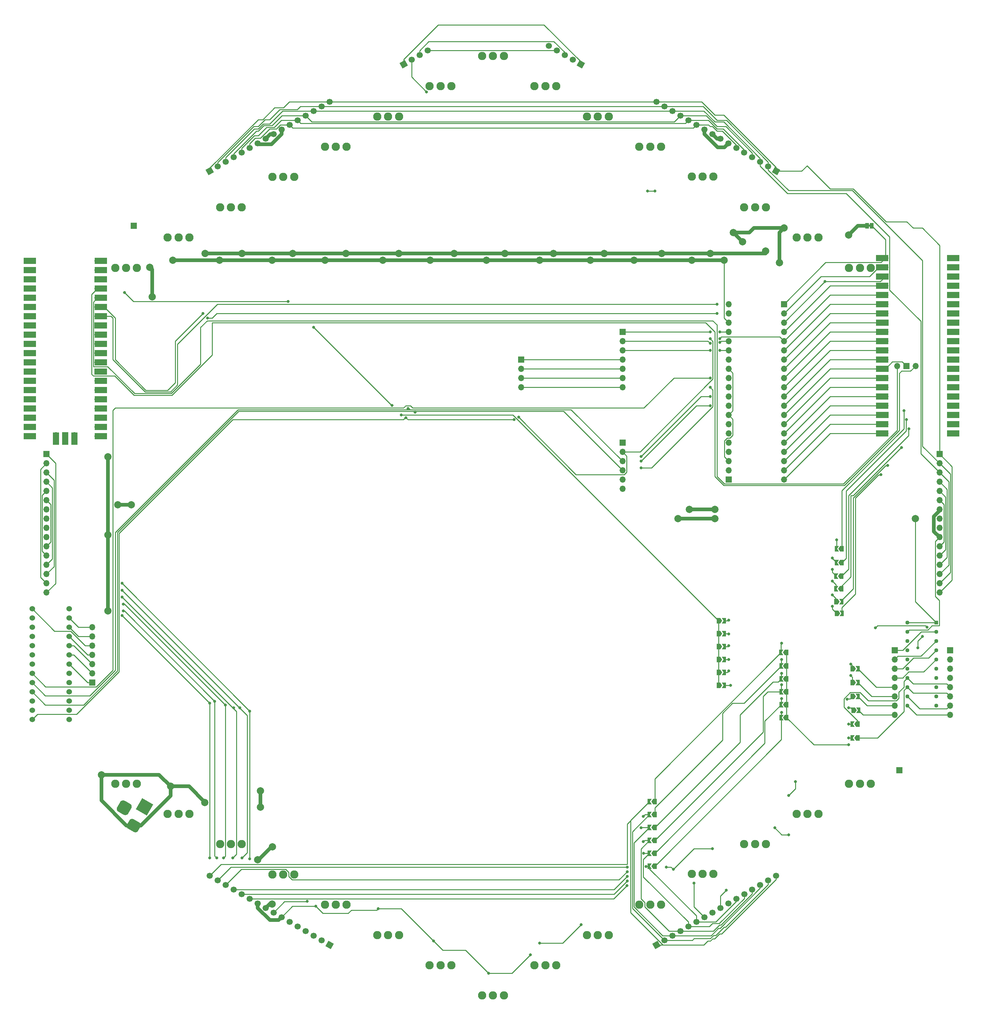
<source format=gbl>
%TF.GenerationSoftware,KiCad,Pcbnew,7.0.9*%
%TF.CreationDate,2024-01-04T00:39:50-06:00*%
%TF.ProjectId,HexDisplayPCB,48657844-6973-4706-9c61-795043422e6b,rev?*%
%TF.SameCoordinates,Original*%
%TF.FileFunction,Copper,L2,Bot*%
%TF.FilePolarity,Positive*%
%FSLAX46Y46*%
G04 Gerber Fmt 4.6, Leading zero omitted, Abs format (unit mm)*
G04 Created by KiCad (PCBNEW 7.0.9) date 2024-01-04 00:39:50*
%MOMM*%
%LPD*%
G01*
G04 APERTURE LIST*
G04 Aperture macros list*
%AMRoundRect*
0 Rectangle with rounded corners*
0 $1 Rounding radius*
0 $2 $3 $4 $5 $6 $7 $8 $9 X,Y pos of 4 corners*
0 Add a 4 corners polygon primitive as box body*
4,1,4,$2,$3,$4,$5,$6,$7,$8,$9,$2,$3,0*
0 Add four circle primitives for the rounded corners*
1,1,$1+$1,$2,$3*
1,1,$1+$1,$4,$5*
1,1,$1+$1,$6,$7*
1,1,$1+$1,$8,$9*
0 Add four rect primitives between the rounded corners*
20,1,$1+$1,$2,$3,$4,$5,0*
20,1,$1+$1,$4,$5,$6,$7,0*
20,1,$1+$1,$6,$7,$8,$9,0*
20,1,$1+$1,$8,$9,$2,$3,0*%
%AMHorizOval*
0 Thick line with rounded ends*
0 $1 width*
0 $2 $3 position (X,Y) of the first rounded end (center of the circle)*
0 $4 $5 position (X,Y) of the second rounded end (center of the circle)*
0 Add line between two ends*
20,1,$1,$2,$3,$4,$5,0*
0 Add two circle primitives to create the rounded ends*
1,1,$1,$2,$3*
1,1,$1,$4,$5*%
%AMRotRect*
0 Rectangle, with rotation*
0 The origin of the aperture is its center*
0 $1 length*
0 $2 width*
0 $3 Rotation angle, in degrees counterclockwise*
0 Add horizontal line*
21,1,$1,$2,0,0,$3*%
%AMFreePoly0*
4,1,6,0.500000,-0.750000,-0.650000,-0.750000,-0.150000,0.000000,-0.650000,0.750000,0.500000,0.750000,0.500000,-0.750000,0.500000,-0.750000,$1*%
%AMFreePoly1*
4,1,6,1.000000,0.000000,0.500000,-0.750000,-0.500000,-0.750000,-0.500000,0.750000,0.500000,0.750000,1.000000,0.000000,1.000000,0.000000,$1*%
G04 Aperture macros list end*
%TA.AperFunction,ComponentPad*%
%ADD10C,1.524000*%
%TD*%
%TA.AperFunction,ComponentPad*%
%ADD11C,2.286000*%
%TD*%
%TA.AperFunction,ComponentPad*%
%ADD12R,1.700000X1.700000*%
%TD*%
%TA.AperFunction,ComponentPad*%
%ADD13O,1.700000X1.700000*%
%TD*%
%TA.AperFunction,SMDPad,CuDef*%
%ADD14FreePoly0,0.000000*%
%TD*%
%TA.AperFunction,SMDPad,CuDef*%
%ADD15FreePoly1,0.000000*%
%TD*%
%TA.AperFunction,SMDPad,CuDef*%
%ADD16FreePoly0,180.000000*%
%TD*%
%TA.AperFunction,SMDPad,CuDef*%
%ADD17FreePoly1,180.000000*%
%TD*%
%TA.AperFunction,ComponentPad*%
%ADD18HorizOval,1.700000X0.000000X0.000000X0.000000X0.000000X0*%
%TD*%
%TA.AperFunction,ComponentPad*%
%ADD19RotRect,1.700000X1.700000X60.000000*%
%TD*%
%TA.AperFunction,ComponentPad*%
%ADD20RotRect,3.500000X3.500000X60.000000*%
%TD*%
%TA.AperFunction,ComponentPad*%
%ADD21RoundRect,0.750000X0.491025X-1.149519X1.241025X0.149519X-0.491025X1.149519X-1.241025X-0.149519X0*%
%TD*%
%TA.AperFunction,ComponentPad*%
%ADD22RoundRect,0.875000X0.320272X-1.195272X1.195272X0.320272X-0.320272X1.195272X-1.195272X-0.320272X0*%
%TD*%
%TA.AperFunction,SMDPad,CuDef*%
%ADD23R,1.000000X1.500000*%
%TD*%
%TA.AperFunction,ComponentPad*%
%ADD24R,1.130000X1.130000*%
%TD*%
%TA.AperFunction,ComponentPad*%
%ADD25C,1.130000*%
%TD*%
%TA.AperFunction,ComponentPad*%
%ADD26HorizOval,1.700000X0.000000X0.000000X0.000000X0.000000X0*%
%TD*%
%TA.AperFunction,ComponentPad*%
%ADD27RotRect,1.700000X1.700000X300.000000*%
%TD*%
%TA.AperFunction,SMDPad,CuDef*%
%ADD28R,3.500000X1.700000*%
%TD*%
%TA.AperFunction,SMDPad,CuDef*%
%ADD29R,1.700000X3.500000*%
%TD*%
%TA.AperFunction,ViaPad*%
%ADD30C,0.800000*%
%TD*%
%TA.AperFunction,ViaPad*%
%ADD31C,2.000000*%
%TD*%
%TA.AperFunction,Conductor*%
%ADD32C,0.250000*%
%TD*%
%TA.AperFunction,Conductor*%
%ADD33C,1.000000*%
%TD*%
G04 APERTURE END LIST*
%TA.AperFunction,EtchedComponent*%
%TO.C,PICO_5V_BREAKER1*%
G36*
X445400000Y-129840000D02*
G01*
X444900000Y-129840000D01*
X444900000Y-129240000D01*
X445400000Y-129240000D01*
X445400000Y-129840000D01*
G37*
%TD.AperFunction*%
%TD*%
D10*
%TO.P,U2,27*%
%TO.N,N/C*%
X224790000Y-234950000D03*
%TO.P,U2,26,R0*%
%TO.N,/KEYPAD_7*%
X224790000Y-237490000D03*
%TO.P,U2,25,R1*%
%TO.N,/KEYPAD_6*%
X224790000Y-240030000D03*
%TO.P,U2,24,C0*%
%TO.N,/KEYPAD_4*%
X224790000Y-242570000D03*
%TO.P,U2,23,C1*%
%TO.N,/KEYPAD_3*%
X224790000Y-245110000D03*
%TO.P,U2,22,C2*%
%TO.N,/KEYPAD_2*%
X224790000Y-247650000D03*
%TO.P,U2,21,C3*%
%TO.N,/KEYPAD_1*%
X224790000Y-250190000D03*
%TO.P,U2,20,C4*%
%TO.N,unconnected-(U2-C4-Pad20)*%
X224790000Y-252730000D03*
%TO.P,U2,19,C5*%
%TO.N,unconnected-(U2-C5-Pad19)*%
X224790000Y-252730000D03*
%TO.P,U2,18,C6*%
%TO.N,unconnected-(U2-C6-Pad18)*%
X224790000Y-255270000D03*
%TO.P,U2,17,C7*%
%TO.N,unconnected-(U2-C7-Pad17)*%
X224790000Y-257810000D03*
%TO.P,U2,16,C8*%
%TO.N,unconnected-(U2-C8-Pad16)*%
X224790000Y-260350000D03*
%TO.P,U2,15,C9*%
%TO.N,unconnected-(U2-C9-Pad15)*%
X224790000Y-262890000D03*
%TO.P,U2,14,GND*%
%TO.N,GND*%
X224790000Y-265430000D03*
%TO.P,U2,13,R2*%
%TO.N,/KEYPAD_5*%
X214630000Y-234950000D03*
%TO.P,U2,12,R3*%
%TO.N,unconnected-(U2-R3-Pad12)*%
X214630000Y-237490000D03*
%TO.P,U2,11,R4*%
%TO.N,unconnected-(U2-R4-Pad11)*%
X214630000Y-240030000D03*
%TO.P,U2,10,R5*%
%TO.N,unconnected-(U2-R5-Pad10)*%
X214630000Y-242570000D03*
%TO.P,U2,9,R6*%
%TO.N,unconnected-(U2-R6-Pad9)*%
X214630000Y-245110000D03*
%TO.P,U2,8,R7*%
%TO.N,unconnected-(U2-R7-Pad8)*%
X214630000Y-247650000D03*
%TO.P,U2,7,RST*%
%TO.N,unconnected-(U2-RST-Pad7)*%
X214630000Y-250190000D03*
%TO.P,U2,6,INT*%
%TO.N,/KEYPAD_INT*%
X214630000Y-252730000D03*
%TO.P,U2,5,SDA*%
%TO.N,/SDA*%
X214630000Y-255270000D03*
%TO.P,U2,4,SCL*%
%TO.N,/SCL*%
X214630000Y-257810000D03*
%TO.P,U2,3,GND*%
%TO.N,GND*%
X214630000Y-260350000D03*
%TO.P,U2,2,3Vo*%
%TO.N,unconnected-(U2-3Vo-Pad2)*%
X214630000Y-262890000D03*
%TO.P,U2,1,VIN*%
%TO.N,+3V3*%
X214630000Y-265430000D03*
%TD*%
D11*
%TO.P,A12,10*%
%TO.N,N/C*%
X373398054Y-99446667D03*
X370398054Y-99446667D03*
X367398054Y-99446667D03*
%TO.P,A12,11*%
X373398054Y-324746667D03*
X370398054Y-324746667D03*
X367398054Y-324746667D03*
%TD*%
%TO.P,A2,10*%
%TO.N,N/C*%
X257926054Y-132780000D03*
X254926054Y-132780000D03*
X251926054Y-132780000D03*
%TO.P,A2,11*%
X257926054Y-291440000D03*
X254926054Y-291440000D03*
X251926054Y-291440000D03*
%TD*%
%TO.P,A4,10*%
%TO.N,N/C*%
X286794054Y-116113334D03*
X283794054Y-116113334D03*
X280794054Y-116113334D03*
%TO.P,A4,11*%
X286794054Y-308093334D03*
X283794054Y-308093334D03*
X280794054Y-308093334D03*
%TD*%
%TO.P,A7,10*%
%TO.N,N/C*%
X330096054Y-91113334D03*
X327096054Y-91113334D03*
X324096054Y-91113334D03*
%TO.P,A7,11*%
X330096054Y-333073334D03*
X327096054Y-333073334D03*
X324096054Y-333073334D03*
%TD*%
%TO.P,A3,10*%
%TO.N,N/C*%
X272360054Y-124446667D03*
X269360054Y-124446667D03*
X266360054Y-124446667D03*
%TO.P,A3,11*%
X272360054Y-299766667D03*
X269360054Y-299766667D03*
X266360054Y-299766667D03*
%TD*%
%TO.P,A6,10*%
%TO.N,N/C*%
X315662054Y-99446667D03*
X312662054Y-99446667D03*
X309662054Y-99446667D03*
%TO.P,A6,11*%
X315662054Y-324746667D03*
X312662054Y-324746667D03*
X309662054Y-324746667D03*
%TD*%
%TO.P,A17,*%
%TO.N,*%
X445568054Y-141113334D03*
X442568054Y-141113334D03*
X439568054Y-141113334D03*
X445568054Y-283113334D03*
X442568054Y-283113334D03*
X439568054Y-283113334D03*
%TD*%
%TO.P,A1,*%
%TO.N,*%
X243492054Y-141113334D03*
X240492054Y-141113334D03*
X237492054Y-141113334D03*
X243492054Y-283113334D03*
X240492054Y-283113334D03*
X237492054Y-283113334D03*
%TD*%
%TO.P,A15,10*%
%TO.N,N/C*%
X416700054Y-124446667D03*
X413700054Y-124446667D03*
X410700054Y-124446667D03*
%TO.P,A15,11*%
X416700054Y-299766667D03*
X413700054Y-299766667D03*
X410700054Y-299766667D03*
%TD*%
%TO.P,A14,10*%
%TO.N,N/C*%
X402240000Y-115966500D03*
X399240000Y-115966500D03*
X396240000Y-115966500D03*
%TO.P,A14,11*%
X402240000Y-307946500D03*
X399240000Y-307946500D03*
X396240000Y-307946500D03*
%TD*%
%TO.P,A16,10*%
%TO.N,N/C*%
X431134054Y-132780000D03*
X428134054Y-132780000D03*
X425134054Y-132780000D03*
%TO.P,A16,11*%
X431134054Y-291440000D03*
X428134054Y-291440000D03*
X425134054Y-291440000D03*
%TD*%
%TO.P,A11,10*%
%TO.N,N/C*%
X358964054Y-91113334D03*
X355964054Y-91113334D03*
X352964054Y-91113334D03*
%TO.P,A11,11*%
X358964054Y-333073334D03*
X355964054Y-333073334D03*
X352964054Y-333073334D03*
%TD*%
%TO.P,A8,10*%
%TO.N,N/C*%
X344530054Y-82780000D03*
X341530054Y-82780000D03*
X338530054Y-82780000D03*
%TO.P,A8,11*%
X344530054Y-341400000D03*
X341530054Y-341400000D03*
X338530054Y-341400000D03*
%TD*%
%TO.P,A13,10*%
%TO.N,N/C*%
X387832054Y-107780000D03*
X384832054Y-107780000D03*
X381832054Y-107780000D03*
%TO.P,A13,11*%
X387832054Y-316420000D03*
X384832054Y-316420000D03*
X381832054Y-316420000D03*
%TD*%
%TO.P,A5,10*%
%TO.N,N/C*%
X301228054Y-107780000D03*
X298228054Y-107780000D03*
X295228054Y-107780000D03*
%TO.P,A5,11*%
X301228054Y-316420000D03*
X298228054Y-316420000D03*
X295228054Y-316420000D03*
%TD*%
D12*
%TO.P,J1,1,Pin_1*%
%TO.N,/PICO_DATAIN_6*%
X406400000Y-199390000D03*
D13*
%TO.P,J1,2,Pin_2*%
%TO.N,/PICO_DATAIN_5*%
X406400000Y-196850000D03*
%TO.P,J1,3,Pin_3*%
%TO.N,GND*%
X406400000Y-194310000D03*
%TO.P,J1,4,Pin_4*%
%TO.N,/PICO_DATAIN_4*%
X406400000Y-191770000D03*
%TO.P,J1,5,Pin_5*%
%TO.N,/PICO_DATAIN_3*%
X406400000Y-189230000D03*
%TO.P,J1,6,Pin_6*%
%TO.N,/PICO_DATAIN_2*%
X406400000Y-186690000D03*
%TO.P,J1,7,Pin_7*%
%TO.N,/PICO_DATAIN_1*%
X406400000Y-184150000D03*
%TO.P,J1,8,Pin_8*%
%TO.N,GND*%
X406400000Y-181610000D03*
%TO.P,J1,9,Pin_9*%
%TO.N,/SCL*%
X406400000Y-179070000D03*
%TO.P,J1,10,Pin_10*%
%TO.N,/SDA*%
X406400000Y-176530000D03*
%TO.P,J1,11,Pin_11*%
%TO.N,/RTC_INT*%
X406400000Y-173990000D03*
%TO.P,J1,12,Pin_12*%
%TO.N,/KEYPAD_INT*%
X406400000Y-171450000D03*
%TO.P,J1,13,Pin_13*%
%TO.N,GND*%
X406400000Y-168910000D03*
%TO.P,J1,14,Pin_14*%
%TO.N,Net-(J1-Pin_14)*%
X406400000Y-166370000D03*
%TO.P,J1,15,Pin_15*%
%TO.N,/DIN*%
X406400000Y-163830000D03*
%TO.P,J1,16,Pin_16*%
%TO.N,/BCLK*%
X406400000Y-161290000D03*
%TO.P,J1,17,Pin_17*%
%TO.N,/LRC*%
X406400000Y-158750000D03*
%TO.P,J1,18,Pin_18*%
%TO.N,GND*%
X406400000Y-156210000D03*
%TO.P,J1,19,Pin_19*%
%TO.N,/UART0 RX*%
X406400000Y-153670000D03*
%TO.P,J1,20,Pin_20*%
%TO.N,/UART0 TX*%
X406400000Y-151130000D03*
%TD*%
D14*
%TO.P,LED_DATA_IN-DATA_4,2,B*%
%TO.N,/DATA_4*%
X405130000Y-248920000D03*
D15*
%TO.P,LED_DATA_IN-DATA_4,1,A*%
%TO.N,/LED_DATA_IN*%
X403680000Y-248920000D03*
%TD*%
D12*
%TO.P,RTC1,1,Pin_1*%
%TO.N,GND*%
X377190000Y-189230000D03*
D13*
%TO.P,RTC1,2,Pin_2*%
%TO.N,+3V3*%
X377190000Y-191770000D03*
%TO.P,RTC1,3,Pin_3*%
%TO.N,/SDA*%
X377190000Y-194310000D03*
%TO.P,RTC1,4,Pin_4*%
%TO.N,/SCL*%
X377190000Y-196850000D03*
%TO.P,RTC1,5,Pin_5*%
%TO.N,unconnected-(RTC1-Pin_5-Pad5)*%
X377190000Y-199390000D03*
%TO.P,RTC1,6,Pin_6*%
%TO.N,/RTC_INT*%
X377190000Y-201930000D03*
%TD*%
D12*
%TO.P,LED_DATA_IN1,1,Pin_1*%
%TO.N,/LED_DATA_IN*%
X242570000Y-129540000D03*
%TD*%
D16*
%TO.P,DATA_6_DISCONNECT_1,2,B*%
%TO.N,/BUS_6*%
X384630000Y-305810000D03*
D17*
%TO.P,DATA_6_DISCONNECT_1,1,A*%
%TO.N,/DATA_6*%
X386080000Y-305810000D03*
%TD*%
%TO.P,LED_DATA_OUT-DATA_6,1,A*%
%TO.N,/LED_DATA_OUT*%
X422365000Y-264910000D03*
D16*
%TO.P,LED_DATA_OUT-DATA_6,2,B*%
%TO.N,/DATA_6*%
X420915000Y-264910000D03*
%TD*%
D14*
%TO.P,LED_DATA_IN-DATA_6,2,B*%
%TO.N,/DATA_6*%
X405130000Y-256020000D03*
D15*
%TO.P,LED_DATA_IN-DATA_6,1,A*%
%TO.N,/LED_DATA_IN*%
X403680000Y-256020000D03*
%TD*%
D18*
%TO.P,J7,16,Pin_16*%
%TO.N,/BUS_1*%
X386513339Y-95431368D03*
%TO.P,J7,15,Pin_15*%
%TO.N,/BUS_2*%
X388713044Y-96701368D03*
%TO.P,J7,14,Pin_14*%
%TO.N,/BUS_3*%
X390912748Y-97971368D03*
%TO.P,J7,13,Pin_13*%
%TO.N,/BUS_4*%
X393112453Y-99241368D03*
%TO.P,J7,12,Pin_12*%
%TO.N,/BUS_5*%
X395312157Y-100511368D03*
%TO.P,J7,11,Pin_11*%
%TO.N,/BUS_6*%
X397511862Y-101781368D03*
%TO.P,J7,10,Pin_10*%
%TO.N,GND*%
X399711566Y-103051368D03*
%TO.P,J7,9,Pin_9*%
%TO.N,+5V*%
X401911271Y-104321368D03*
%TO.P,J7,8,Pin_8*%
X404110975Y-105591368D03*
%TO.P,J7,7,Pin_7*%
%TO.N,GND*%
X406310680Y-106861368D03*
%TO.P,J7,6,Pin_6*%
%TO.N,/BUS_6*%
X408510384Y-108131368D03*
%TO.P,J7,5,Pin_5*%
%TO.N,/BUS_5*%
X410710089Y-109401368D03*
%TO.P,J7,4,Pin_4*%
%TO.N,/BUS_4*%
X412909793Y-110671368D03*
%TO.P,J7,3,Pin_3*%
%TO.N,/BUS_3*%
X415109498Y-111941368D03*
%TO.P,J7,2,Pin_2*%
%TO.N,/BUS_2*%
X417309202Y-113211368D03*
D19*
%TO.P,J7,1,Pin_1*%
%TO.N,/BUS_1*%
X419508907Y-114481368D03*
%TD*%
D12*
%TO.P,STEPPER_1-4,1,Pin_1*%
%TO.N,Net-(PICO_DATAIN_1-STEPPER1-B)*%
X452120000Y-246380000D03*
D13*
%TO.P,STEPPER_1-4,2,Pin_2*%
%TO.N,Net-(PICO_DATAIN_2-STEPPER1-B)*%
X452120000Y-248920000D03*
%TO.P,STEPPER_1-4,3,Pin_3*%
%TO.N,Net-(PICO_DATAIN_3-STEPPER1-B)*%
X452120000Y-251460000D03*
%TO.P,STEPPER_1-4,4,Pin_4*%
%TO.N,Net-(PICO_DATAIN_4-STEPPER1-B)*%
X452120000Y-254000000D03*
%TO.P,STEPPER_1-4,5,Pin_5*%
%TO.N,Net-(STEPPER-DATA_1-B)*%
X452120000Y-256540000D03*
%TO.P,STEPPER_1-4,6,Pin_6*%
%TO.N,Net-(STEPPER-DATA_2-B)*%
X452120000Y-259080000D03*
%TO.P,STEPPER_1-4,7,Pin_7*%
%TO.N,Net-(STEPPER-DATA_3-B)*%
X452120000Y-261620000D03*
%TO.P,STEPPER_1-4,8,Pin_8*%
%TO.N,Net-(STEPPER-DATA_4-B)*%
X452120000Y-264160000D03*
%TD*%
D18*
%TO.P,J4,16,Pin_16*%
%TO.N,/BUS_1*%
X263550664Y-308411173D03*
%TO.P,J4,15,Pin_15*%
%TO.N,/BUS_2*%
X265750369Y-309681173D03*
%TO.P,J4,14,Pin_14*%
%TO.N,/BUS_3*%
X267950073Y-310951173D03*
%TO.P,J4,13,Pin_13*%
%TO.N,/BUS_4*%
X270149778Y-312221173D03*
%TO.P,J4,12,Pin_12*%
%TO.N,/BUS_5*%
X272349482Y-313491173D03*
%TO.P,J4,11,Pin_11*%
%TO.N,/BUS_6*%
X274549187Y-314761173D03*
%TO.P,J4,10,Pin_10*%
%TO.N,GND*%
X276748891Y-316031173D03*
%TO.P,J4,9,Pin_9*%
%TO.N,+5V*%
X278948596Y-317301173D03*
%TO.P,J4,8,Pin_8*%
X281148300Y-318571173D03*
%TO.P,J4,7,Pin_7*%
%TO.N,GND*%
X283348005Y-319841173D03*
%TO.P,J4,6,Pin_6*%
%TO.N,/BUS_6*%
X285547709Y-321111173D03*
%TO.P,J4,5,Pin_5*%
%TO.N,/BUS_5*%
X287747414Y-322381173D03*
%TO.P,J4,4,Pin_4*%
%TO.N,/BUS_4*%
X289947118Y-323651173D03*
%TO.P,J4,3,Pin_3*%
%TO.N,/BUS_3*%
X292146823Y-324921173D03*
%TO.P,J4,2,Pin_2*%
%TO.N,/BUS_2*%
X294346527Y-326191173D03*
D19*
%TO.P,J4,1,Pin_1*%
%TO.N,/BUS_1*%
X296546232Y-327461173D03*
%TD*%
D14*
%TO.P,LED_DATA_IN-DATA_1,2,B*%
%TO.N,/DATA_1*%
X405130000Y-238270000D03*
D15*
%TO.P,LED_DATA_IN-DATA_1,1,A*%
%TO.N,/LED_DATA_IN*%
X403680000Y-238270000D03*
%TD*%
D13*
%TO.P,J3,16,Pin_16*%
%TO.N,/BUS_1*%
X464493692Y-230497106D03*
%TO.P,J3,15,Pin_15*%
%TO.N,/BUS_2*%
X464493692Y-227957106D03*
%TO.P,J3,14,Pin_14*%
%TO.N,/BUS_3*%
X464493692Y-225417106D03*
%TO.P,J3,13,Pin_13*%
%TO.N,/BUS_4*%
X464493692Y-222877106D03*
%TO.P,J3,12,Pin_12*%
%TO.N,/BUS_5*%
X464493692Y-220337106D03*
%TO.P,J3,11,Pin_11*%
%TO.N,/BUS_6*%
X464493692Y-217797106D03*
%TO.P,J3,10,Pin_10*%
%TO.N,GND*%
X464493692Y-215257106D03*
%TO.P,J3,9,Pin_9*%
%TO.N,+5V*%
X464493692Y-212717106D03*
%TO.P,J3,8,Pin_8*%
X464493692Y-210177106D03*
%TO.P,J3,7,Pin_7*%
%TO.N,GND*%
X464493692Y-207637106D03*
%TO.P,J3,6,Pin_6*%
%TO.N,/BUS_6*%
X464493692Y-205097106D03*
%TO.P,J3,5,Pin_5*%
%TO.N,/BUS_5*%
X464493692Y-202557106D03*
%TO.P,J3,4,Pin_4*%
%TO.N,/BUS_4*%
X464493692Y-200017106D03*
%TO.P,J3,3,Pin_3*%
%TO.N,/BUS_3*%
X464493692Y-197477106D03*
%TO.P,J3,2,Pin_2*%
%TO.N,/BUS_2*%
X464493692Y-194937106D03*
D12*
%TO.P,J3,1,Pin_1*%
%TO.N,/BUS_1*%
X464493692Y-192397106D03*
%TD*%
D17*
%TO.P,LED_DATA_OUT-DATA_3,1,A*%
%TO.N,/LED_DATA_OUT*%
X422365000Y-254260000D03*
D16*
%TO.P,LED_DATA_OUT-DATA_3,2,B*%
%TO.N,/DATA_3*%
X420915000Y-254260000D03*
%TD*%
D13*
%TO.P,J5,16,Pin_16*%
%TO.N,/BUS_1*%
X218566052Y-230496439D03*
%TO.P,J5,15,Pin_15*%
%TO.N,/BUS_2*%
X218566052Y-227956439D03*
%TO.P,J5,14,Pin_14*%
%TO.N,/BUS_3*%
X218566052Y-225416439D03*
%TO.P,J5,13,Pin_13*%
%TO.N,/BUS_4*%
X218566052Y-222876439D03*
%TO.P,J5,12,Pin_12*%
%TO.N,/BUS_5*%
X218566052Y-220336439D03*
%TO.P,J5,11,Pin_11*%
%TO.N,/BUS_6*%
X218566052Y-217796439D03*
%TO.P,J5,10,Pin_10*%
%TO.N,GND*%
X218566052Y-215256439D03*
%TO.P,J5,9,Pin_9*%
%TO.N,+5V*%
X218566052Y-212716439D03*
%TO.P,J5,8,Pin_8*%
X218566052Y-210176439D03*
%TO.P,J5,7,Pin_7*%
%TO.N,GND*%
X218566052Y-207636439D03*
%TO.P,J5,6,Pin_6*%
%TO.N,/BUS_6*%
X218566052Y-205096439D03*
%TO.P,J5,5,Pin_5*%
%TO.N,/BUS_5*%
X218566052Y-202556439D03*
%TO.P,J5,4,Pin_4*%
%TO.N,/BUS_4*%
X218566052Y-200016439D03*
%TO.P,J5,3,Pin_3*%
%TO.N,/BUS_3*%
X218566052Y-197476439D03*
%TO.P,J5,2,Pin_2*%
%TO.N,/BUS_2*%
X218566052Y-194936439D03*
D12*
%TO.P,J5,1,Pin_1*%
%TO.N,/BUS_1*%
X218566052Y-192396439D03*
%TD*%
%TO.P,J2,1,Pin_1*%
%TO.N,Net-(J2-Pin_1)*%
X421640000Y-151130000D03*
D13*
%TO.P,J2,2,Pin_2*%
%TO.N,Net-(J2-Pin_2)*%
X421640000Y-153670000D03*
%TO.P,J2,3,Pin_3*%
%TO.N,GND*%
X421640000Y-156210000D03*
%TO.P,J2,4,Pin_4*%
%TO.N,Net-(J2-Pin_4)*%
X421640000Y-158750000D03*
%TO.P,J2,5,Pin_5*%
%TO.N,+3V3*%
X421640000Y-161290000D03*
%TO.P,J2,6,Pin_6*%
%TO.N,Net-(J2-Pin_6)*%
X421640000Y-163830000D03*
%TO.P,J2,7,Pin_7*%
%TO.N,Net-(J2-Pin_7)*%
X421640000Y-166370000D03*
%TO.P,J2,8,Pin_8*%
%TO.N,Net-(J2-Pin_8)*%
X421640000Y-168910000D03*
%TO.P,J2,9,Pin_9*%
%TO.N,Net-(J2-Pin_9)*%
X421640000Y-171450000D03*
%TO.P,J2,10,Pin_10*%
%TO.N,Net-(J2-Pin_10)*%
X421640000Y-173990000D03*
%TO.P,J2,11,Pin_11*%
%TO.N,Net-(J2-Pin_11)*%
X421640000Y-176530000D03*
%TO.P,J2,12,Pin_12*%
%TO.N,Net-(J2-Pin_12)*%
X421640000Y-179070000D03*
%TO.P,J2,13,Pin_13*%
%TO.N,GND*%
X421640000Y-181610000D03*
%TO.P,J2,14,Pin_14*%
%TO.N,Net-(J2-Pin_14)*%
X421640000Y-184150000D03*
%TO.P,J2,15,Pin_15*%
%TO.N,Net-(J2-Pin_15)*%
X421640000Y-186690000D03*
%TO.P,J2,16,Pin_16*%
%TO.N,Net-(J2-Pin_16)*%
X421640000Y-189230000D03*
%TO.P,J2,17,Pin_17*%
%TO.N,Net-(J2-Pin_17)*%
X421640000Y-191770000D03*
%TO.P,J2,18,Pin_18*%
%TO.N,GND*%
X421640000Y-194310000D03*
%TO.P,J2,19,Pin_19*%
%TO.N,Net-(J2-Pin_19)*%
X421640000Y-196850000D03*
%TO.P,J2,20,Pin_20*%
%TO.N,Net-(J2-Pin_20)*%
X421640000Y-199390000D03*
%TD*%
D15*
%TO.P,PICO_DATAIN_5-STEPPER1,1,A*%
%TO.N,Net-(PICO_DATAIN_5-STEPPER1-A)*%
X436025000Y-233040000D03*
D14*
%TO.P,PICO_DATAIN_5-STEPPER1,2,B*%
%TO.N,/PICO_DATAIN_5*%
X437475000Y-233040000D03*
%TD*%
D16*
%TO.P,DATA_3_DISCONNECT_1,2,B*%
%TO.N,/BUS_3*%
X384630000Y-295160000D03*
D17*
%TO.P,DATA_3_DISCONNECT_1,1,A*%
%TO.N,/DATA_3*%
X386080000Y-295160000D03*
%TD*%
D15*
%TO.P,STEPPER-DATA_3,1,A*%
%TO.N,/DATA_3*%
X440510000Y-259080000D03*
D14*
%TO.P,STEPPER-DATA_3,2,B*%
%TO.N,Net-(STEPPER-DATA_3-B)*%
X441960000Y-259080000D03*
%TD*%
%TO.P,LED_DATA_IN-DATA_5,2,B*%
%TO.N,/DATA_5*%
X405130000Y-252470000D03*
D15*
%TO.P,LED_DATA_IN-DATA_5,1,A*%
%TO.N,/LED_DATA_IN*%
X403680000Y-252470000D03*
%TD*%
D14*
%TO.P,LED_DATA_IN-DATA_2,2,B*%
%TO.N,/DATA_2*%
X405130000Y-241820000D03*
D15*
%TO.P,LED_DATA_IN-DATA_2,1,A*%
%TO.N,/LED_DATA_IN*%
X403680000Y-241820000D03*
%TD*%
D16*
%TO.P,DATA_5_DISCONNECT_1,2,B*%
%TO.N,/BUS_5*%
X384630000Y-302260000D03*
D17*
%TO.P,DATA_5_DISCONNECT_1,1,A*%
%TO.N,/DATA_5*%
X386080000Y-302260000D03*
%TD*%
D20*
%TO.P,J30,1*%
%TO.N,+5V*%
X245570000Y-289443848D03*
D21*
%TO.P,J30,2*%
%TO.N,GND*%
X242570000Y-294640000D03*
D22*
%TO.P,J30,3*%
%TO.N,unconnected-(J30-Pad3)*%
X239999681Y-289691924D03*
%TD*%
D17*
%TO.P,STEPPER-DATA_5,1,A*%
%TO.N,Net-(STEPPER-DATA_5-A)*%
X441960000Y-266700000D03*
D16*
%TO.P,STEPPER-DATA_5,2,B*%
%TO.N,/DATA_5*%
X440510000Y-266700000D03*
%TD*%
D23*
%TO.P,PICO_5V_BREAKER1,1,A*%
%TO.N,Net-(J2-Pin_1)*%
X445800000Y-129540000D03*
%TO.P,PICO_5V_BREAKER1,2,B*%
%TO.N,+5V*%
X444500000Y-129540000D03*
%TD*%
D19*
%TO.P,AmbientLightSensor1,1,Pin_1*%
%TO.N,+3V3*%
X365668818Y-85090000D03*
D18*
%TO.P,AmbientLightSensor1,2,Pin_2*%
%TO.N,GND*%
X363469113Y-83820000D03*
%TO.P,AmbientLightSensor1,3,Pin_3*%
%TO.N,/SCL*%
X361269409Y-82550000D03*
%TO.P,AmbientLightSensor1,4,Pin_4*%
%TO.N,/SDA*%
X359069704Y-81280000D03*
%TO.P,AmbientLightSensor1,5,Pin_5*%
%TO.N,unconnected-(AmbientLightSensor1-Pin_5-Pad5)*%
X356870000Y-80010000D03*
%TD*%
D12*
%TO.P,MAX98357,1,Pin_1*%
%TO.N,/LRC*%
X377190000Y-158750000D03*
D13*
%TO.P,MAX98357,2,Pin_2*%
%TO.N,/BCLK*%
X377190000Y-161290000D03*
%TO.P,MAX98357,3,Pin_3*%
%TO.N,/DIN*%
X377190000Y-163830000D03*
%TO.P,MAX98357,4,Pin_4*%
%TO.N,Net-(MAX98357-Pin_4)*%
X377190000Y-166370000D03*
%TO.P,MAX98357,5,Pin_5*%
%TO.N,Net-(MAX98357-Pin_5)*%
X377190000Y-168910000D03*
%TO.P,MAX98357,6,Pin_6*%
%TO.N,GND*%
X377190000Y-171450000D03*
%TO.P,MAX98357,7,Pin_7*%
%TO.N,+5V*%
X377190000Y-173990000D03*
%TD*%
D17*
%TO.P,LED_DATA_OUT-DATA_4,1,A*%
%TO.N,/LED_DATA_OUT*%
X422365000Y-257810000D03*
D16*
%TO.P,LED_DATA_OUT-DATA_4,2,B*%
%TO.N,/DATA_4*%
X420915000Y-257810000D03*
%TD*%
%TO.P,PICO_DATAIN_3-STEPPER1,2,B*%
%TO.N,Net-(PICO_DATAIN_3-STEPPER1-B)*%
X436025000Y-225940000D03*
D17*
%TO.P,PICO_DATAIN_3-STEPPER1,1,A*%
%TO.N,/PICO_DATAIN_3*%
X437475000Y-225940000D03*
%TD*%
D24*
%TO.P,U1,1,DIR*%
%TO.N,+5V*%
X463550000Y-238760000D03*
D25*
%TO.P,U1,2,A1*%
%TO.N,Net-(PICO_DATAIN_1-STEPPER1-B)*%
X463550000Y-241300000D03*
%TO.P,U1,3,A2*%
%TO.N,Net-(PICO_DATAIN_2-STEPPER1-B)*%
X463550000Y-243840000D03*
%TO.P,U1,4,A3*%
%TO.N,Net-(PICO_DATAIN_3-STEPPER1-B)*%
X463550000Y-246380000D03*
%TO.P,U1,5,A4*%
%TO.N,Net-(PICO_DATAIN_4-STEPPER1-B)*%
X463550000Y-248920000D03*
%TO.P,U1,6,A5*%
%TO.N,Net-(PICO_DATAIN_5-STEPPER1-A)*%
X463550000Y-251460000D03*
%TO.P,U1,7,A6*%
%TO.N,Net-(PICO_DATAIN_6-STEPPER1-A)*%
X463550000Y-254000000D03*
%TO.P,U1,8,A7*%
%TO.N,Net-(STEPPER_4-8-Pin_3)*%
X463550000Y-256540000D03*
%TO.P,U1,9,A8*%
%TO.N,Net-(STEPPER_4-8-Pin_4)*%
X463550000Y-259080000D03*
%TO.P,U1,10,GND*%
%TO.N,GND*%
X463550000Y-261620000D03*
%TO.P,U1,11,B8*%
%TO.N,Net-(STEPPER_4-8-Pin_8)*%
X455610000Y-261620000D03*
%TO.P,U1,12,B7*%
%TO.N,Net-(STEPPER_4-8-Pin_7)*%
X455610000Y-259080000D03*
%TO.P,U1,13,B6*%
%TO.N,Net-(STEPPER-DATA_6-A)*%
X455610000Y-256540000D03*
%TO.P,U1,14,B5*%
%TO.N,Net-(STEPPER-DATA_5-A)*%
X455610000Y-254000000D03*
%TO.P,U1,15,B4*%
%TO.N,Net-(STEPPER-DATA_4-B)*%
X455610000Y-251460000D03*
%TO.P,U1,16,B3*%
%TO.N,Net-(STEPPER-DATA_3-B)*%
X455610000Y-248920000D03*
%TO.P,U1,17,B2*%
%TO.N,Net-(STEPPER-DATA_2-B)*%
X455610000Y-246380000D03*
%TO.P,U1,18,B1*%
%TO.N,Net-(STEPPER-DATA_1-B)*%
X455610000Y-243840000D03*
%TO.P,U1,19,~{OE}*%
%TO.N,GND*%
X455610000Y-241300000D03*
%TO.P,U1,20,VCC*%
%TO.N,+5V*%
X455610000Y-238760000D03*
%TD*%
D16*
%TO.P,DATA_1_DISCONNECT_1,2,B*%
%TO.N,/BUS_1*%
X384630000Y-288060000D03*
D17*
%TO.P,DATA_1_DISCONNECT_1,1,A*%
%TO.N,/DATA_1*%
X386080000Y-288060000D03*
%TD*%
D15*
%TO.P,STEPPER-DATA_4,1,A*%
%TO.N,/DATA_4*%
X440690000Y-262890000D03*
D14*
%TO.P,STEPPER-DATA_4,2,B*%
%TO.N,Net-(STEPPER-DATA_4-B)*%
X442140000Y-262890000D03*
%TD*%
D17*
%TO.P,LED_DATA_OUT-DATA_5,1,A*%
%TO.N,/LED_DATA_OUT*%
X422365000Y-261360000D03*
D16*
%TO.P,LED_DATA_OUT-DATA_5,2,B*%
%TO.N,/DATA_5*%
X420915000Y-261360000D03*
%TD*%
D12*
%TO.P,LED_DATA_OUT1,1,Pin_1*%
%TO.N,/LED_DATA_OUT*%
X453390000Y-279400000D03*
%TD*%
D16*
%TO.P,PICO_DATAIN_4-STEPPER1,2,B*%
%TO.N,Net-(PICO_DATAIN_4-STEPPER1-B)*%
X436025000Y-229490000D03*
D17*
%TO.P,PICO_DATAIN_4-STEPPER1,1,A*%
%TO.N,/PICO_DATAIN_4*%
X437475000Y-229490000D03*
%TD*%
D26*
%TO.P,J8,16,Pin_16*%
%TO.N,/BUS_1*%
X419509543Y-308412485D03*
%TO.P,J8,15,Pin_15*%
%TO.N,/BUS_2*%
X417309838Y-309682485D03*
%TO.P,J8,14,Pin_14*%
%TO.N,/BUS_3*%
X415110134Y-310952485D03*
%TO.P,J8,13,Pin_13*%
%TO.N,/BUS_4*%
X412910429Y-312222485D03*
%TO.P,J8,12,Pin_12*%
%TO.N,/BUS_5*%
X410710725Y-313492485D03*
%TO.P,J8,11,Pin_11*%
%TO.N,/BUS_6*%
X408511020Y-314762485D03*
%TO.P,J8,10,Pin_10*%
%TO.N,GND*%
X406311316Y-316032485D03*
%TO.P,J8,9,Pin_9*%
%TO.N,+5V*%
X404111611Y-317302485D03*
%TO.P,J8,8,Pin_8*%
X401911907Y-318572485D03*
%TO.P,J8,7,Pin_7*%
%TO.N,GND*%
X399712202Y-319842485D03*
%TO.P,J8,6,Pin_6*%
%TO.N,/BUS_6*%
X397512498Y-321112485D03*
%TO.P,J8,5,Pin_5*%
%TO.N,/BUS_5*%
X395312793Y-322382485D03*
%TO.P,J8,4,Pin_4*%
%TO.N,/BUS_4*%
X393113089Y-323652485D03*
%TO.P,J8,3,Pin_3*%
%TO.N,/BUS_3*%
X390913384Y-324922485D03*
%TO.P,J8,2,Pin_2*%
%TO.N,/BUS_2*%
X388713680Y-326192485D03*
D27*
%TO.P,J8,1,Pin_1*%
%TO.N,/BUS_1*%
X386513975Y-327462485D03*
%TD*%
D17*
%TO.P,STEPPER-DATA_6,1,A*%
%TO.N,Net-(STEPPER-DATA_6-A)*%
X441960000Y-270510000D03*
D16*
%TO.P,STEPPER-DATA_6,2,B*%
%TO.N,/DATA_6*%
X440510000Y-270510000D03*
%TD*%
%TO.P,DATA_4_DISCONNECT_1,2,B*%
%TO.N,/BUS_4*%
X384630000Y-298710000D03*
D17*
%TO.P,DATA_4_DISCONNECT_1,1,A*%
%TO.N,/DATA_4*%
X386080000Y-298710000D03*
%TD*%
D26*
%TO.P,J6,16,Pin_16*%
%TO.N,/BUS_1*%
X296546160Y-95431217D03*
%TO.P,J6,15,Pin_15*%
%TO.N,/BUS_2*%
X294346455Y-96701217D03*
%TO.P,J6,14,Pin_14*%
%TO.N,/BUS_3*%
X292146751Y-97971217D03*
%TO.P,J6,13,Pin_13*%
%TO.N,/BUS_4*%
X289947046Y-99241217D03*
%TO.P,J6,12,Pin_12*%
%TO.N,/BUS_5*%
X287747342Y-100511217D03*
%TO.P,J6,11,Pin_11*%
%TO.N,/BUS_6*%
X285547637Y-101781217D03*
%TO.P,J6,10,Pin_10*%
%TO.N,GND*%
X283347933Y-103051217D03*
%TO.P,J6,9,Pin_9*%
%TO.N,+5V*%
X281148228Y-104321217D03*
%TO.P,J6,8,Pin_8*%
X278948524Y-105591217D03*
%TO.P,J6,7,Pin_7*%
%TO.N,GND*%
X276748819Y-106861217D03*
%TO.P,J6,6,Pin_6*%
%TO.N,/BUS_6*%
X274549115Y-108131217D03*
%TO.P,J6,5,Pin_5*%
%TO.N,/BUS_5*%
X272349410Y-109401217D03*
%TO.P,J6,4,Pin_4*%
%TO.N,/BUS_4*%
X270149706Y-110671217D03*
%TO.P,J6,3,Pin_3*%
%TO.N,/BUS_3*%
X267950001Y-111941217D03*
%TO.P,J6,2,Pin_2*%
%TO.N,/BUS_2*%
X265750297Y-113211217D03*
D27*
%TO.P,J6,1,Pin_1*%
%TO.N,/BUS_1*%
X263550592Y-114481217D03*
%TD*%
D14*
%TO.P,LED_DATA_IN-DATA_3,2,B*%
%TO.N,/DATA_3*%
X405130000Y-245370000D03*
D15*
%TO.P,LED_DATA_IN-DATA_3,1,A*%
%TO.N,/LED_DATA_IN*%
X403680000Y-245370000D03*
%TD*%
D27*
%TO.P,I2CBreakout1,1,Pin_1*%
%TO.N,+3V3*%
X316910591Y-85090000D03*
D26*
%TO.P,I2CBreakout1,2,Pin_2*%
%TO.N,GND*%
X319110296Y-83820000D03*
%TO.P,I2CBreakout1,3,Pin_3*%
%TO.N,/SCL*%
X321310000Y-82550000D03*
%TO.P,I2CBreakout1,4,Pin_4*%
%TO.N,/SDA*%
X323509705Y-81280000D03*
%TD*%
D15*
%TO.P,STEPPER-DATA_2,1,A*%
%TO.N,/DATA_2*%
X440510000Y-255270000D03*
D14*
%TO.P,STEPPER-DATA_2,2,B*%
%TO.N,Net-(STEPPER-DATA_2-B)*%
X441960000Y-255270000D03*
%TD*%
D12*
%TO.P,Keypad1,1,Pin_1*%
%TO.N,/KEYPAD_1*%
X231140000Y-255270000D03*
D13*
%TO.P,Keypad1,2,Pin_2*%
%TO.N,/KEYPAD_2*%
X231140000Y-252730000D03*
%TO.P,Keypad1,3,Pin_3*%
%TO.N,/KEYPAD_3*%
X231140000Y-250190000D03*
%TO.P,Keypad1,4,Pin_4*%
%TO.N,/KEYPAD_4*%
X231140000Y-247650000D03*
%TO.P,Keypad1,5,Pin_5*%
%TO.N,/KEYPAD_5*%
X231140000Y-245110000D03*
%TO.P,Keypad1,6,Pin_6*%
%TO.N,/KEYPAD_6*%
X231140000Y-242570000D03*
%TO.P,Keypad1,7,Pin_7*%
%TO.N,/KEYPAD_7*%
X231140000Y-240030000D03*
%TD*%
D16*
%TO.P,DATA_2_DISCONNECT_1,2,B*%
%TO.N,/BUS_2*%
X384630000Y-291610000D03*
D17*
%TO.P,DATA_2_DISCONNECT_1,1,A*%
%TO.N,/DATA_2*%
X386080000Y-291610000D03*
%TD*%
D16*
%TO.P,PICO_DATAIN_1-STEPPER1,2,B*%
%TO.N,Net-(PICO_DATAIN_1-STEPPER1-B)*%
X436155000Y-218440000D03*
D17*
%TO.P,PICO_DATAIN_1-STEPPER1,1,A*%
%TO.N,/PICO_DATAIN_1*%
X437605000Y-218440000D03*
%TD*%
D13*
%TO.P,PicoProbe1,1,GPIO0*%
%TO.N,unconnected-(PicoProbe1-GPIO0-Pad1)*%
X232650000Y-139195000D03*
D28*
X233550000Y-139195000D03*
D13*
%TO.P,PicoProbe1,2,GPIO1*%
%TO.N,unconnected-(PicoProbe1-GPIO1-Pad2)*%
X232650000Y-141735000D03*
D28*
X233550000Y-141735000D03*
D12*
%TO.P,PicoProbe1,3,GND*%
%TO.N,GND*%
X232650000Y-144275000D03*
D28*
X233550000Y-144275000D03*
D13*
%TO.P,PicoProbe1,4,GPIO2*%
%TO.N,/SWCLK*%
X232650000Y-146815000D03*
D28*
X233550000Y-146815000D03*
D13*
%TO.P,PicoProbe1,5,GPIO3*%
%TO.N,/SWDIO*%
X232650000Y-149355000D03*
D28*
X233550000Y-149355000D03*
D13*
%TO.P,PicoProbe1,6,GPIO4*%
%TO.N,/UART0 RX*%
X232650000Y-151895000D03*
D28*
X233550000Y-151895000D03*
D13*
%TO.P,PicoProbe1,7,GPIO5*%
%TO.N,/UART0 TX*%
X232650000Y-154435000D03*
D28*
X233550000Y-154435000D03*
D12*
%TO.P,PicoProbe1,8,GND*%
%TO.N,GND*%
X232650000Y-156975000D03*
D28*
X233550000Y-156975000D03*
D13*
%TO.P,PicoProbe1,9,GPIO6*%
%TO.N,unconnected-(PicoProbe1-GPIO6-Pad9)*%
X232650000Y-159515000D03*
D28*
X233550000Y-159515000D03*
D13*
%TO.P,PicoProbe1,10,GPIO7*%
%TO.N,unconnected-(PicoProbe1-GPIO7-Pad10)*%
X232650000Y-162055000D03*
D28*
X233550000Y-162055000D03*
D13*
%TO.P,PicoProbe1,11,GPIO8*%
%TO.N,unconnected-(PicoProbe1-GPIO8-Pad11)*%
X232650000Y-164595000D03*
D28*
X233550000Y-164595000D03*
D13*
%TO.P,PicoProbe1,12,GPIO9*%
%TO.N,unconnected-(PicoProbe1-GPIO9-Pad12)*%
X232650000Y-167135000D03*
D28*
X233550000Y-167135000D03*
D12*
%TO.P,PicoProbe1,13,GND*%
%TO.N,GND*%
X232650000Y-169675000D03*
D28*
X233550000Y-169675000D03*
D13*
%TO.P,PicoProbe1,14,GPIO10*%
%TO.N,unconnected-(PicoProbe1-GPIO10-Pad14)*%
X232650000Y-172215000D03*
D28*
X233550000Y-172215000D03*
D13*
%TO.P,PicoProbe1,15,GPIO11*%
%TO.N,unconnected-(PicoProbe1-GPIO11-Pad15)*%
X232650000Y-174755000D03*
D28*
X233550000Y-174755000D03*
D13*
%TO.P,PicoProbe1,16,GPIO12*%
%TO.N,unconnected-(PicoProbe1-GPIO12-Pad16)*%
X232650000Y-177295000D03*
D28*
X233550000Y-177295000D03*
D13*
%TO.P,PicoProbe1,17,GPIO13*%
%TO.N,unconnected-(PicoProbe1-GPIO13-Pad17)*%
X232650000Y-179835000D03*
D28*
X233550000Y-179835000D03*
D12*
%TO.P,PicoProbe1,18,GND*%
%TO.N,GND*%
X232650000Y-182375000D03*
D28*
X233550000Y-182375000D03*
D13*
%TO.P,PicoProbe1,19,GPIO14*%
%TO.N,unconnected-(PicoProbe1-GPIO14-Pad19)*%
X232650000Y-184915000D03*
D28*
X233550000Y-184915000D03*
D13*
%TO.P,PicoProbe1,20,GPIO15*%
%TO.N,unconnected-(PicoProbe1-GPIO15-Pad20)*%
X232650000Y-187455000D03*
D28*
X233550000Y-187455000D03*
D13*
%TO.P,PicoProbe1,21,GPIO16*%
%TO.N,unconnected-(PicoProbe1-GPIO16-Pad21)*%
X214870000Y-187455000D03*
D28*
X213970000Y-187455000D03*
D13*
%TO.P,PicoProbe1,22,GPIO17*%
%TO.N,unconnected-(PicoProbe1-GPIO17-Pad22)*%
X214870000Y-184915000D03*
D28*
X213970000Y-184915000D03*
D12*
%TO.P,PicoProbe1,23,GND*%
%TO.N,GND*%
X214870000Y-182375000D03*
D28*
X213970000Y-182375000D03*
D13*
%TO.P,PicoProbe1,24,GPIO18*%
%TO.N,unconnected-(PicoProbe1-GPIO18-Pad24)*%
X214870000Y-179835000D03*
D28*
X213970000Y-179835000D03*
D13*
%TO.P,PicoProbe1,25,GPIO19*%
%TO.N,unconnected-(PicoProbe1-GPIO19-Pad25)*%
X214870000Y-177295000D03*
D28*
X213970000Y-177295000D03*
D13*
%TO.P,PicoProbe1,26,GPIO20*%
%TO.N,unconnected-(PicoProbe1-GPIO20-Pad26)*%
X214870000Y-174755000D03*
D28*
X213970000Y-174755000D03*
D13*
%TO.P,PicoProbe1,27,GPIO21*%
%TO.N,unconnected-(PicoProbe1-GPIO21-Pad27)*%
X214870000Y-172215000D03*
D28*
X213970000Y-172215000D03*
D12*
%TO.P,PicoProbe1,28,GND*%
%TO.N,GND*%
X214870000Y-169675000D03*
D28*
X213970000Y-169675000D03*
D13*
%TO.P,PicoProbe1,29,GPIO22*%
%TO.N,unconnected-(PicoProbe1-GPIO22-Pad29)*%
X214870000Y-167135000D03*
D28*
X213970000Y-167135000D03*
D13*
%TO.P,PicoProbe1,30,RUN*%
%TO.N,unconnected-(PicoProbe1-RUN-Pad30)*%
X214870000Y-164595000D03*
D28*
X213970000Y-164595000D03*
D13*
%TO.P,PicoProbe1,31,GPIO26_ADC0*%
%TO.N,unconnected-(PicoProbe1-GPIO26_ADC0-Pad31)*%
X214870000Y-162055000D03*
D28*
X213970000Y-162055000D03*
D13*
%TO.P,PicoProbe1,32,GPIO27_ADC1*%
%TO.N,unconnected-(PicoProbe1-GPIO27_ADC1-Pad32)*%
X214870000Y-159515000D03*
D28*
X213970000Y-159515000D03*
D12*
%TO.P,PicoProbe1,33,AGND*%
%TO.N,unconnected-(PicoProbe1-AGND-Pad33)*%
X214870000Y-156975000D03*
D28*
X213970000Y-156975000D03*
D13*
%TO.P,PicoProbe1,34,GPIO28_ADC2*%
%TO.N,unconnected-(PicoProbe1-GPIO28_ADC2-Pad34)*%
X214870000Y-154435000D03*
D28*
X213970000Y-154435000D03*
D13*
%TO.P,PicoProbe1,35,ADC_VREF*%
%TO.N,unconnected-(PicoProbe1-ADC_VREF-Pad35)*%
X214870000Y-151895000D03*
D28*
X213970000Y-151895000D03*
D13*
%TO.P,PicoProbe1,36,3V3*%
%TO.N,unconnected-(PicoProbe1-3V3-Pad36)*%
X214870000Y-149355000D03*
D28*
X213970000Y-149355000D03*
D13*
%TO.P,PicoProbe1,37,3V3_EN*%
%TO.N,unconnected-(PicoProbe1-3V3_EN-Pad37)*%
X214870000Y-146815000D03*
D28*
X213970000Y-146815000D03*
D12*
%TO.P,PicoProbe1,38,GND*%
%TO.N,GND*%
X214870000Y-144275000D03*
D28*
X213970000Y-144275000D03*
D13*
%TO.P,PicoProbe1,39,VSYS*%
%TO.N,unconnected-(PicoProbe1-VSYS-Pad39)*%
X214870000Y-141735000D03*
D28*
X213970000Y-141735000D03*
D13*
%TO.P,PicoProbe1,40,VBUS*%
%TO.N,unconnected-(PicoProbe1-VBUS-Pad40)*%
X214870000Y-139195000D03*
D28*
X213970000Y-139195000D03*
D13*
%TO.P,PicoProbe1,41,SWCLK*%
%TO.N,unconnected-(PicoProbe1-SWCLK-Pad41)*%
X226300000Y-187225000D03*
D29*
X226300000Y-188125000D03*
D12*
%TO.P,PicoProbe1,42,GND*%
%TO.N,GND*%
X223760000Y-187225000D03*
D29*
X223760000Y-188125000D03*
D13*
%TO.P,PicoProbe1,43,SWDIO*%
%TO.N,unconnected-(PicoProbe1-SWDIO-Pad43)*%
X221220000Y-187225000D03*
D29*
X221220000Y-188125000D03*
%TD*%
D12*
%TO.P,STEPPER_4-8,1,Pin_1*%
%TO.N,Net-(PICO_DATAIN_5-STEPPER1-A)*%
X467360000Y-246380000D03*
D13*
%TO.P,STEPPER_4-8,2,Pin_2*%
%TO.N,Net-(PICO_DATAIN_6-STEPPER1-A)*%
X467360000Y-248920000D03*
%TO.P,STEPPER_4-8,3,Pin_3*%
%TO.N,Net-(STEPPER_4-8-Pin_3)*%
X467360000Y-251460000D03*
%TO.P,STEPPER_4-8,4,Pin_4*%
%TO.N,Net-(STEPPER_4-8-Pin_4)*%
X467360000Y-254000000D03*
%TO.P,STEPPER_4-8,5,Pin_5*%
%TO.N,Net-(STEPPER-DATA_5-A)*%
X467360000Y-256540000D03*
%TO.P,STEPPER_4-8,6,Pin_6*%
%TO.N,Net-(STEPPER-DATA_6-A)*%
X467360000Y-259080000D03*
%TO.P,STEPPER_4-8,7,Pin_7*%
%TO.N,Net-(STEPPER_4-8-Pin_7)*%
X467360000Y-261620000D03*
%TO.P,STEPPER_4-8,8,Pin_8*%
%TO.N,Net-(STEPPER_4-8-Pin_8)*%
X467360000Y-264160000D03*
%TD*%
D12*
%TO.P,MAX98357_BREAKOUT1,1,Pin_1*%
%TO.N,Net-(MAX98357-Pin_4)*%
X349250000Y-166370000D03*
D13*
%TO.P,MAX98357_BREAKOUT1,2,Pin_2*%
%TO.N,Net-(MAX98357-Pin_5)*%
X349250000Y-168910000D03*
%TO.P,MAX98357_BREAKOUT1,3,Pin_3*%
%TO.N,GND*%
X349250000Y-171450000D03*
%TO.P,MAX98357_BREAKOUT1,4,Pin_4*%
%TO.N,+5V*%
X349250000Y-173990000D03*
%TD*%
D17*
%TO.P,LED_DATA_OUT-DATA_2,1,A*%
%TO.N,/LED_DATA_OUT*%
X422365000Y-250710000D03*
D16*
%TO.P,LED_DATA_OUT-DATA_2,2,B*%
%TO.N,/DATA_2*%
X420915000Y-250710000D03*
%TD*%
D14*
%TO.P,PICO_DATAIN_6-STEPPER1,2,B*%
%TO.N,/PICO_DATAIN_6*%
X437605000Y-236220000D03*
D15*
%TO.P,PICO_DATAIN_6-STEPPER1,1,A*%
%TO.N,Net-(PICO_DATAIN_6-STEPPER1-A)*%
X436155000Y-236220000D03*
%TD*%
D17*
%TO.P,LED_DATA_OUT-DATA_1,1,A*%
%TO.N,/LED_DATA_OUT*%
X422315000Y-246960000D03*
D16*
%TO.P,LED_DATA_OUT-DATA_1,2,B*%
%TO.N,/DATA_1*%
X420865000Y-246960000D03*
%TD*%
D13*
%TO.P,MasterControlPico1,1,GPIO0*%
%TO.N,/UART0 TX*%
X467360000Y-138430000D03*
D28*
X468260000Y-138430000D03*
D13*
%TO.P,MasterControlPico1,2,GPIO1*%
%TO.N,/UART0 RX*%
X467360000Y-140970000D03*
D28*
X468260000Y-140970000D03*
D12*
%TO.P,MasterControlPico1,3,GND*%
%TO.N,GND*%
X467360000Y-143510000D03*
D28*
X468260000Y-143510000D03*
D13*
%TO.P,MasterControlPico1,4,GPIO2*%
%TO.N,/LRC*%
X467360000Y-146050000D03*
D28*
X468260000Y-146050000D03*
D13*
%TO.P,MasterControlPico1,5,GPIO3*%
%TO.N,/BCLK*%
X467360000Y-148590000D03*
D28*
X468260000Y-148590000D03*
D13*
%TO.P,MasterControlPico1,6,GPIO4*%
%TO.N,/DIN*%
X467360000Y-151130000D03*
D28*
X468260000Y-151130000D03*
D13*
%TO.P,MasterControlPico1,7,GPIO5*%
%TO.N,Net-(J1-Pin_14)*%
X467360000Y-153670000D03*
D28*
X468260000Y-153670000D03*
D12*
%TO.P,MasterControlPico1,8,GND*%
%TO.N,GND*%
X467360000Y-156210000D03*
D28*
X468260000Y-156210000D03*
D13*
%TO.P,MasterControlPico1,9,GPIO6*%
%TO.N,/KEYPAD_INT*%
X467360000Y-158750000D03*
D28*
X468260000Y-158750000D03*
D13*
%TO.P,MasterControlPico1,10,GPIO7*%
%TO.N,/RTC_INT*%
X467360000Y-161290000D03*
D28*
X468260000Y-161290000D03*
D13*
%TO.P,MasterControlPico1,11,GPIO8*%
%TO.N,/SDA*%
X467360000Y-163830000D03*
D28*
X468260000Y-163830000D03*
D13*
%TO.P,MasterControlPico1,12,GPIO9*%
%TO.N,/SCL*%
X467360000Y-166370000D03*
D28*
X468260000Y-166370000D03*
D12*
%TO.P,MasterControlPico1,13,GND*%
%TO.N,GND*%
X467360000Y-168910000D03*
D28*
X468260000Y-168910000D03*
D13*
%TO.P,MasterControlPico1,14,GPIO10*%
%TO.N,/PICO_DATAIN_1*%
X467360000Y-171450000D03*
D28*
X468260000Y-171450000D03*
D13*
%TO.P,MasterControlPico1,15,GPIO11*%
%TO.N,/PICO_DATAIN_2*%
X467360000Y-173990000D03*
D28*
X468260000Y-173990000D03*
D13*
%TO.P,MasterControlPico1,16,GPIO12*%
%TO.N,/PICO_DATAIN_3*%
X467360000Y-176530000D03*
D28*
X468260000Y-176530000D03*
D13*
%TO.P,MasterControlPico1,17,GPIO13*%
%TO.N,/PICO_DATAIN_4*%
X467360000Y-179070000D03*
D28*
X468260000Y-179070000D03*
D12*
%TO.P,MasterControlPico1,18,GND*%
%TO.N,GND*%
X467360000Y-181610000D03*
D28*
X468260000Y-181610000D03*
D13*
%TO.P,MasterControlPico1,19,GPIO14*%
%TO.N,/PICO_DATAIN_5*%
X467360000Y-184150000D03*
D28*
X468260000Y-184150000D03*
D13*
%TO.P,MasterControlPico1,20,GPIO15*%
%TO.N,/PICO_DATAIN_6*%
X467360000Y-186690000D03*
D28*
X468260000Y-186690000D03*
D13*
%TO.P,MasterControlPico1,21,GPIO16*%
%TO.N,Net-(J2-Pin_20)*%
X449580000Y-186690000D03*
D28*
X448680000Y-186690000D03*
D13*
%TO.P,MasterControlPico1,22,GPIO17*%
%TO.N,Net-(J2-Pin_19)*%
X449580000Y-184150000D03*
D28*
X448680000Y-184150000D03*
D12*
%TO.P,MasterControlPico1,23,GND*%
%TO.N,GND*%
X449580000Y-181610000D03*
D28*
X448680000Y-181610000D03*
D13*
%TO.P,MasterControlPico1,24,GPIO18*%
%TO.N,Net-(J2-Pin_17)*%
X449580000Y-179070000D03*
D28*
X448680000Y-179070000D03*
D13*
%TO.P,MasterControlPico1,25,GPIO19*%
%TO.N,Net-(J2-Pin_16)*%
X449580000Y-176530000D03*
D28*
X448680000Y-176530000D03*
D13*
%TO.P,MasterControlPico1,26,GPIO20*%
%TO.N,Net-(J2-Pin_15)*%
X449580000Y-173990000D03*
D28*
X448680000Y-173990000D03*
D13*
%TO.P,MasterControlPico1,27,GPIO21*%
%TO.N,Net-(J2-Pin_14)*%
X449580000Y-171450000D03*
D28*
X448680000Y-171450000D03*
D12*
%TO.P,MasterControlPico1,28,GND*%
%TO.N,GND*%
X449580000Y-168910000D03*
D28*
X448680000Y-168910000D03*
D13*
%TO.P,MasterControlPico1,29,GPIO22*%
%TO.N,Net-(J2-Pin_12)*%
X449580000Y-166370000D03*
D28*
X448680000Y-166370000D03*
D13*
%TO.P,MasterControlPico1,30,RUN*%
%TO.N,Net-(J2-Pin_11)*%
X449580000Y-163830000D03*
D28*
X448680000Y-163830000D03*
D13*
%TO.P,MasterControlPico1,31,GPIO26_ADC0*%
%TO.N,Net-(J2-Pin_10)*%
X449580000Y-161290000D03*
D28*
X448680000Y-161290000D03*
D13*
%TO.P,MasterControlPico1,32,GPIO27_ADC1*%
%TO.N,Net-(J2-Pin_9)*%
X449580000Y-158750000D03*
D28*
X448680000Y-158750000D03*
D12*
%TO.P,MasterControlPico1,33,AGND*%
%TO.N,Net-(J2-Pin_8)*%
X449580000Y-156210000D03*
D28*
X448680000Y-156210000D03*
D13*
%TO.P,MasterControlPico1,34,GPIO28_ADC2*%
%TO.N,Net-(J2-Pin_7)*%
X449580000Y-153670000D03*
D28*
X448680000Y-153670000D03*
D13*
%TO.P,MasterControlPico1,35,ADC_VREF*%
%TO.N,Net-(J2-Pin_6)*%
X449580000Y-151130000D03*
D28*
X448680000Y-151130000D03*
D13*
%TO.P,MasterControlPico1,36,3V3*%
%TO.N,+3V3*%
X449580000Y-148590000D03*
D28*
X448680000Y-148590000D03*
D13*
%TO.P,MasterControlPico1,37,3V3_EN*%
%TO.N,Net-(J2-Pin_4)*%
X449580000Y-146050000D03*
D28*
X448680000Y-146050000D03*
D12*
%TO.P,MasterControlPico1,38,GND*%
%TO.N,GND*%
X449580000Y-143510000D03*
D28*
X448680000Y-143510000D03*
D13*
%TO.P,MasterControlPico1,39,VSYS*%
%TO.N,Net-(J2-Pin_2)*%
X449580000Y-140970000D03*
D28*
X448680000Y-140970000D03*
D13*
%TO.P,MasterControlPico1,40,VBUS*%
%TO.N,Net-(J2-Pin_1)*%
X449580000Y-138430000D03*
D28*
X448680000Y-138430000D03*
D13*
%TO.P,MasterControlPico1,41,SWCLK*%
%TO.N,/SWCLK*%
X457885900Y-168160000D03*
D12*
%TO.P,MasterControlPico1,42,GND*%
%TO.N,GND*%
X455345900Y-168160000D03*
D13*
%TO.P,MasterControlPico1,43,SWDIO*%
%TO.N,/SWDIO*%
X452805900Y-168160000D03*
%TD*%
D15*
%TO.P,STEPPER-DATA_1,1,A*%
%TO.N,/DATA_1*%
X440510000Y-251460000D03*
D14*
%TO.P,STEPPER-DATA_1,2,B*%
%TO.N,Net-(STEPPER-DATA_1-B)*%
X441960000Y-251460000D03*
%TD*%
D16*
%TO.P,PICO_DATAIN_2-STEPPER1,2,B*%
%TO.N,Net-(PICO_DATAIN_2-STEPPER1-B)*%
X436155000Y-222250000D03*
D17*
%TO.P,PICO_DATAIN_2-STEPPER1,1,A*%
%TO.N,/PICO_DATAIN_2*%
X437605000Y-222250000D03*
%TD*%
D30*
%TO.N,+5V*%
X419100000Y-295275000D03*
X422910000Y-297180000D03*
%TO.N,GND*%
X401955000Y-300990000D03*
X396875000Y-310515000D03*
%TO.N,+5V*%
X405765000Y-312420000D03*
%TO.N,GND*%
X389255000Y-306070000D03*
X391160000Y-306705000D03*
X323215000Y-92710000D03*
X432975000Y-144875000D03*
D31*
X280794054Y-300479054D03*
X276748891Y-304020500D03*
%TO.N,+5V*%
X277495000Y-285115000D03*
X277495000Y-289560000D03*
%TO.N,GND*%
X262200500Y-288290000D03*
%TO.N,+5V*%
X280670000Y-316230000D03*
D30*
%TO.N,GND*%
X422910000Y-286385000D03*
X424815000Y-282575000D03*
X459740000Y-242570000D03*
X458470000Y-245745000D03*
D31*
%TO.N,+5V*%
X457835000Y-210177106D03*
X402590000Y-210185000D03*
X392430000Y-210185000D03*
%TO.N,GND*%
X395605000Y-207645000D03*
X402590000Y-207645000D03*
%TO.N,+5V*%
X439420000Y-132080000D03*
%TO.N,GND*%
X420370000Y-139700000D03*
X421640000Y-130175000D03*
X407670000Y-131445000D03*
X410210000Y-133985000D03*
X405130000Y-139065000D03*
X396240000Y-139065000D03*
X380365000Y-139065000D03*
X368300000Y-139065000D03*
X354330000Y-139065000D03*
X339725000Y-139065000D03*
X324239554Y-139065000D03*
X311150000Y-139065000D03*
X295275000Y-139065000D03*
%TO.N,+5V*%
X416560000Y-136470500D03*
X401320000Y-137160000D03*
X387985000Y-137160000D03*
X372110000Y-137160000D03*
X358140000Y-137160000D03*
X344805000Y-137160000D03*
X330835000Y-137160000D03*
X315595000Y-137160000D03*
X300990000Y-137160000D03*
%TO.N,GND*%
X280670000Y-139065000D03*
%TO.N,+5V*%
X286385000Y-137160000D03*
%TO.N,GND*%
X266216554Y-139065000D03*
X253365000Y-139065000D03*
%TO.N,+5V*%
X272415000Y-137160000D03*
X262255000Y-137160000D03*
%TO.N,GND*%
X235530500Y-214630000D03*
X235530500Y-193094500D03*
X235530500Y-235585000D03*
%TO.N,+5V*%
X241935000Y-206375000D03*
X238179500Y-206375000D03*
X247650000Y-149081000D03*
X247015000Y-140970000D03*
%TO.N,GND*%
X233680000Y-280670000D03*
X252730000Y-283845000D03*
D30*
%TO.N,+5V*%
X290317348Y-315485673D03*
%TO.N,GND*%
X292735000Y-316865000D03*
X309880000Y-317500000D03*
X325120000Y-326390000D03*
%TO.N,+5V*%
X386080000Y-120015000D03*
X384107554Y-120015000D03*
%TO.N,/BCLK*%
X401320000Y-161925000D03*
%TO.N,/DIN*%
X401320000Y-163830000D03*
X403949500Y-163830000D03*
%TO.N,/BCLK*%
X403949500Y-161654503D03*
%TO.N,/LRC*%
X403949500Y-158750000D03*
X401320000Y-158750000D03*
%TO.N,/RTC_INT*%
X401320000Y-173990000D03*
%TO.N,/SCL*%
X401320000Y-179070000D03*
%TO.N,/SDA*%
X401320000Y-176530000D03*
%TO.N,/RTC_INT*%
X382270000Y-196215000D03*
%TO.N,/SCL*%
X382270000Y-194310000D03*
%TO.N,/SDA*%
X382270000Y-193040000D03*
%TO.N,+3V3*%
X347305200Y-182919800D03*
X348647299Y-182212701D03*
X401320000Y-160655000D03*
X403949500Y-160655000D03*
X317500000Y-182334500D03*
%TO.N,/SCL*%
X320040000Y-180885500D03*
%TO.N,/SDA*%
X318135000Y-179794500D03*
%TO.N,/BUS_1*%
X263525000Y-260985000D03*
%TO.N,/BUS_2*%
X264892054Y-260447054D03*
%TO.N,/BUS_3*%
X267828054Y-261478054D03*
%TO.N,/BUS_4*%
X270084554Y-262255000D03*
%TO.N,/BUS_5*%
X271780000Y-262255000D03*
%TO.N,/BUS_6*%
X274549187Y-263119187D03*
X239395000Y-227965000D03*
%TO.N,/BUS_5*%
X239395000Y-229870000D03*
%TO.N,/BUS_4*%
X239395000Y-231775000D03*
%TO.N,/BUS_3*%
X239767554Y-233680000D03*
%TO.N,/BUS_2*%
X239767554Y-235585000D03*
%TO.N,/BUS_1*%
X239395000Y-236855000D03*
%TO.N,/BUS_6*%
X274549187Y-303759187D03*
%TO.N,/BUS_5*%
X272415000Y-303530000D03*
%TO.N,/BUS_4*%
X269875000Y-303530000D03*
%TO.N,/BUS_3*%
X267335000Y-303530000D03*
%TO.N,/BUS_2*%
X265430000Y-303530000D03*
%TO.N,/BUS_1*%
X263525000Y-303530000D03*
%TO.N,GND*%
X354330000Y-327025000D03*
X365760000Y-321945000D03*
X340331380Y-335259849D03*
X351790000Y-330200000D03*
%TO.N,/BUS_2*%
X378460000Y-306070000D03*
%TO.N,/LED_DATA_IN*%
X240030000Y-147955000D03*
X285115000Y-150405500D03*
X292100000Y-157480000D03*
X313690000Y-178980500D03*
X316230000Y-181610000D03*
%TO.N,/DATA_1*%
X406400000Y-238125000D03*
%TO.N,/DATA_2*%
X406400000Y-241935000D03*
%TO.N,/DATA_3*%
X406400000Y-245110000D03*
%TO.N,/DATA_4*%
X406400000Y-248920000D03*
%TO.N,/DATA_5*%
X406400000Y-252095000D03*
%TO.N,/DATA_6*%
X406920000Y-256020000D03*
%TO.N,/BUS_2*%
X382905000Y-292100000D03*
%TO.N,/BUS_3*%
X378460000Y-307340000D03*
X382270000Y-295275000D03*
%TO.N,/BUS_4*%
X378460000Y-308610000D03*
X382905000Y-299085000D03*
%TO.N,/BUS_5*%
X378460000Y-309880000D03*
X382994500Y-302260000D03*
%TO.N,/BUS_6*%
X378432811Y-311122811D03*
X383629500Y-305926685D03*
%TO.N,Net-(PICO_DATAIN_5-STEPPER1-A)*%
X461010000Y-240030000D03*
X446845200Y-240224800D03*
%TO.N,Net-(PICO_DATAIN_6-STEPPER1-A)*%
X434975000Y-234315000D03*
%TO.N,Net-(PICO_DATAIN_5-STEPPER1-A)*%
X434975000Y-231140000D03*
%TO.N,Net-(PICO_DATAIN_4-STEPPER1-B)*%
X434975000Y-227330000D03*
%TO.N,Net-(PICO_DATAIN_3-STEPPER1-B)*%
X434975000Y-224155000D03*
%TO.N,Net-(PICO_DATAIN_2-STEPPER1-B)*%
X434975000Y-220980000D03*
%TO.N,Net-(PICO_DATAIN_1-STEPPER1-B)*%
X436155000Y-215990000D03*
%TO.N,/PICO_DATAIN_6*%
X448310000Y-198025000D03*
%TO.N,/PICO_DATAIN_5*%
X450215000Y-195485000D03*
%TO.N,/PICO_DATAIN_4*%
X454025000Y-190595000D03*
%TO.N,/PICO_DATAIN_3*%
X456019500Y-185420000D03*
%TO.N,/PICO_DATAIN_2*%
X455384500Y-182880000D03*
%TO.N,/PICO_DATAIN_1*%
X454660000Y-180435000D03*
%TO.N,/DATA_6*%
X439420000Y-270510000D03*
%TO.N,/DATA_5*%
X439420000Y-266700000D03*
%TO.N,/DATA_4*%
X439420000Y-262255000D03*
%TO.N,/DATA_3*%
X439028464Y-259876514D03*
%TO.N,/DATA_2*%
X440055000Y-253365000D03*
%TO.N,/DATA_1*%
X440055000Y-250190000D03*
%TO.N,/DATA_6*%
X421005000Y-263525000D03*
%TO.N,/DATA_5*%
X421005000Y-259715000D03*
%TO.N,/DATA_4*%
X421005000Y-255905000D03*
%TO.N,/DATA_3*%
X421005000Y-252730000D03*
%TO.N,/DATA_2*%
X421005000Y-248920000D03*
%TO.N,/DATA_1*%
X421005000Y-244475000D03*
%TO.N,/LED_DATA_OUT*%
X439420000Y-272415000D03*
%TO.N,/KEYPAD_INT*%
X401320000Y-171450000D03*
%TO.N,/UART0 RX*%
X261620000Y-153670000D03*
X262890000Y-154940000D03*
X403225000Y-153670000D03*
%TO.N,/UART0 TX*%
X403225000Y-151130000D03*
%TD*%
D32*
%TO.N,+5V*%
X421005000Y-297180000D02*
X419100000Y-295275000D01*
X422910000Y-297180000D02*
X421005000Y-297180000D01*
X377190000Y-173990000D02*
X349250000Y-173990000D01*
%TO.N,GND*%
X349250000Y-171450000D02*
X377190000Y-171450000D01*
%TO.N,Net-(MAX98357-Pin_4)*%
X377190000Y-166370000D02*
X349250000Y-166370000D01*
%TO.N,Net-(MAX98357-Pin_5)*%
X349250000Y-168910000D02*
X377190000Y-168910000D01*
%TO.N,GND*%
X401955000Y-300990000D02*
X396875000Y-300990000D01*
X396875000Y-300990000D02*
X391160000Y-306705000D01*
X396875000Y-317005283D02*
X399712202Y-319842485D01*
X396875000Y-310515000D02*
X396875000Y-317005283D01*
%TO.N,+5V*%
X405765000Y-312420000D02*
X404111611Y-314073389D01*
X404111611Y-314073389D02*
X404111611Y-317302485D01*
%TO.N,GND*%
X390525000Y-306070000D02*
X391160000Y-306705000D01*
X389255000Y-306070000D02*
X390525000Y-306070000D01*
X406400000Y-181610000D02*
X407575000Y-182785000D01*
X407575000Y-182785000D02*
X407575000Y-187176701D01*
X407575000Y-187176701D02*
X406791701Y-187960000D01*
X405225000Y-188743299D02*
X405225000Y-193135000D01*
X406791701Y-187960000D02*
X406008299Y-187960000D01*
X406008299Y-187960000D02*
X405225000Y-188743299D01*
X405225000Y-193135000D02*
X406400000Y-194310000D01*
X319110296Y-88605296D02*
X323215000Y-92710000D01*
X319110296Y-83820000D02*
X319110296Y-88605296D01*
X421640000Y-156210000D02*
X432975000Y-144875000D01*
D33*
X276748891Y-316031173D02*
X276748891Y-317293500D01*
X276748891Y-317293500D02*
X280130391Y-320675000D01*
X280130391Y-320675000D02*
X282514178Y-320675000D01*
X282514178Y-320675000D02*
X283348005Y-319841173D01*
D32*
X424815000Y-284480000D02*
X422910000Y-286385000D01*
X424815000Y-282575000D02*
X424815000Y-284480000D01*
X458470000Y-243840000D02*
X459740000Y-242570000D01*
X458470000Y-245745000D02*
X458470000Y-243840000D01*
X455610000Y-241300000D02*
X456155000Y-240755000D01*
X464440000Y-239650000D02*
X464440000Y-232665000D01*
X456155000Y-240755000D02*
X461310305Y-240755000D01*
X461310305Y-240755000D02*
X462415305Y-239650000D01*
X462415305Y-239650000D02*
X464440000Y-239650000D01*
X463318692Y-216432106D02*
X464493692Y-215257106D01*
X464440000Y-232665000D02*
X463318692Y-231543692D01*
X463318692Y-231543692D02*
X463318692Y-216432106D01*
%TO.N,+5V*%
X457835000Y-233045000D02*
X457835000Y-210177106D01*
X463550000Y-238760000D02*
X457835000Y-233045000D01*
X463550000Y-238760000D02*
X455610000Y-238760000D01*
D33*
%TO.N,GND*%
X464493692Y-207637106D02*
X464493692Y-207971308D01*
X464493692Y-207971308D02*
X462943692Y-209521308D01*
X462943692Y-213707106D02*
X464493692Y-215257106D01*
X462943692Y-209521308D02*
X462943692Y-213707106D01*
%TO.N,+5V*%
X402590000Y-210185000D02*
X392430000Y-210185000D01*
%TO.N,GND*%
X402590000Y-207645000D02*
X395605000Y-207645000D01*
D32*
X455345900Y-168160000D02*
X454170900Y-166985000D01*
X454170900Y-166985000D02*
X451505000Y-166985000D01*
X451505000Y-166985000D02*
X449580000Y-168910000D01*
X406400000Y-156210000D02*
X405130000Y-154940000D01*
X405130000Y-154940000D02*
X405130000Y-139065000D01*
D33*
X399711566Y-103051368D02*
X399711566Y-104313695D01*
X399711566Y-104313695D02*
X403347871Y-107950000D01*
X403347871Y-107950000D02*
X405222048Y-107950000D01*
X405222048Y-107950000D02*
X406310680Y-106861368D01*
%TO.N,+5V*%
X404110975Y-105591368D02*
X403181271Y-105591368D01*
X403181271Y-105591368D02*
X401911271Y-104321368D01*
X441960000Y-129540000D02*
X439420000Y-132080000D01*
X444500000Y-129540000D02*
X441960000Y-129540000D01*
%TO.N,GND*%
X420370000Y-139700000D02*
X420370000Y-131445000D01*
X420370000Y-131445000D02*
X421640000Y-130175000D01*
X421640000Y-130175000D02*
X413385000Y-130175000D01*
X413385000Y-130175000D02*
X412115000Y-131445000D01*
X412115000Y-131445000D02*
X407670000Y-131445000D01*
X410210000Y-133985000D02*
X407670000Y-131445000D01*
X396240000Y-139065000D02*
X405130000Y-139065000D01*
X380365000Y-139065000D02*
X396240000Y-139065000D01*
X368300000Y-139065000D02*
X380365000Y-139065000D01*
X354330000Y-139065000D02*
X368300000Y-139065000D01*
X339725000Y-139065000D02*
X354330000Y-139065000D01*
X324239554Y-139065000D02*
X339725000Y-139065000D01*
X311150000Y-139065000D02*
X324239554Y-139065000D01*
X295275000Y-139065000D02*
X311150000Y-139065000D01*
X280670000Y-139065000D02*
X295275000Y-139065000D01*
%TO.N,+5V*%
X401320000Y-137160000D02*
X416560000Y-137160000D01*
X416560000Y-137160000D02*
X416560000Y-136470500D01*
X387985000Y-137160000D02*
X401320000Y-137160000D01*
X372110000Y-137160000D02*
X387985000Y-137160000D01*
X358140000Y-137160000D02*
X372110000Y-137160000D01*
X344805000Y-137160000D02*
X358140000Y-137160000D01*
X330835000Y-137160000D02*
X344805000Y-137160000D01*
X315595000Y-137160000D02*
X330835000Y-137160000D01*
X300990000Y-137160000D02*
X315595000Y-137160000D01*
X286385000Y-137160000D02*
X300990000Y-137160000D01*
%TO.N,GND*%
X276748819Y-106861217D02*
X277028819Y-107141217D01*
X277028819Y-107141217D02*
X280520260Y-107141217D01*
X280520260Y-107141217D02*
X283347933Y-104313544D01*
X283347933Y-104313544D02*
X283347933Y-103051217D01*
%TO.N,+5V*%
X281148228Y-104321217D02*
X280218524Y-104321217D01*
X280218524Y-104321217D02*
X278948524Y-105591217D01*
%TO.N,GND*%
X266216554Y-139065000D02*
X280670000Y-139065000D01*
%TO.N,+5V*%
X272415000Y-137160000D02*
X286385000Y-137160000D01*
%TO.N,GND*%
X253365000Y-139065000D02*
X266216554Y-139065000D01*
%TO.N,+5V*%
X262255000Y-137160000D02*
X272415000Y-137160000D01*
%TO.N,GND*%
X235530500Y-235585000D02*
X235530500Y-193094500D01*
X235585000Y-193040000D02*
X235530500Y-193094500D01*
%TO.N,+5V*%
X238179500Y-206375000D02*
X241935000Y-206375000D01*
X247650000Y-141605000D02*
X247015000Y-140970000D01*
X247650000Y-149081000D02*
X247650000Y-141605000D01*
%TO.N,GND*%
X242570000Y-294640000D02*
X240594026Y-294640000D01*
X240594026Y-294640000D02*
X233680000Y-287725974D01*
X233680000Y-287725974D02*
X233680000Y-280670000D01*
X249555000Y-280670000D02*
X233680000Y-280670000D01*
X252730000Y-283845000D02*
X249555000Y-280670000D01*
X242570000Y-294640000D02*
X244545974Y-294640000D01*
X244545974Y-294640000D02*
X252730000Y-286455974D01*
X252730000Y-286455974D02*
X252730000Y-283845000D01*
X257810000Y-283845000D02*
X252730000Y-283845000D01*
X262255000Y-288290000D02*
X257810000Y-283845000D01*
%TO.N,+5V*%
X277495000Y-289560000D02*
X277495000Y-285115000D01*
%TO.N,GND*%
X276748891Y-304276109D02*
X280670000Y-300355000D01*
X276748891Y-304403256D02*
X276748891Y-304276109D01*
%TO.N,+5V*%
X280019769Y-316230000D02*
X280670000Y-316230000D01*
X278948596Y-317301173D02*
X280019769Y-316230000D01*
D32*
X281148300Y-318571173D02*
X284124473Y-315595000D01*
X284124473Y-315595000D02*
X290208021Y-315595000D01*
X290208021Y-315595000D02*
X290317348Y-315485673D01*
%TO.N,GND*%
X292735000Y-316865000D02*
X286324178Y-316865000D01*
X286324178Y-316865000D02*
X283348005Y-319841173D01*
X294640000Y-318770000D02*
X292735000Y-316865000D01*
X309880000Y-317500000D02*
X309492000Y-317888000D01*
X309492000Y-317888000D02*
X302507000Y-317888000D01*
X301625000Y-318770000D02*
X294640000Y-318770000D01*
X302507000Y-317888000D02*
X301625000Y-318770000D01*
X316230000Y-317500000D02*
X309880000Y-317500000D01*
X325120000Y-326390000D02*
X316230000Y-317500000D01*
X327660000Y-328930000D02*
X325120000Y-326390000D01*
X334001531Y-328930000D02*
X327660000Y-328930000D01*
X340331380Y-335259849D02*
X334001531Y-328930000D01*
X406400000Y-181610000D02*
X407575000Y-180435000D01*
X407575000Y-180435000D02*
X407575000Y-170085000D01*
X407575000Y-170085000D02*
X406400000Y-168910000D01*
%TO.N,+5V*%
X384107554Y-120015000D02*
X386080000Y-120015000D01*
%TO.N,/DIN*%
X377190000Y-163830000D02*
X401320000Y-163830000D01*
%TO.N,/BCLK*%
X401320000Y-161925000D02*
X400685000Y-161290000D01*
X400685000Y-161290000D02*
X377190000Y-161290000D01*
%TO.N,/DIN*%
X406400000Y-163830000D02*
X403949500Y-163830000D01*
%TO.N,/BCLK*%
X404314003Y-161290000D02*
X403949500Y-161654503D01*
X406400000Y-161290000D02*
X404314003Y-161290000D01*
%TO.N,/LRC*%
X403949500Y-158750000D02*
X406400000Y-158750000D01*
X377190000Y-158750000D02*
X401320000Y-158750000D01*
%TO.N,/RTC_INT*%
X402045000Y-174715000D02*
X401320000Y-173990000D01*
X402045000Y-179370305D02*
X402045000Y-174715000D01*
X385200305Y-196215000D02*
X402045000Y-179370305D01*
X382270000Y-196215000D02*
X385200305Y-196215000D01*
%TO.N,/SCL*%
X397510000Y-179070000D02*
X401320000Y-179070000D01*
X382270000Y-194310000D02*
X397510000Y-179070000D01*
%TO.N,/SDA*%
X398780000Y-176530000D02*
X401320000Y-176530000D01*
X382270000Y-193040000D02*
X398780000Y-176530000D01*
%TO.N,+3V3*%
X347305200Y-182919800D02*
X318085300Y-182919800D01*
X318085300Y-182919800D02*
X317500000Y-182334500D01*
X377676701Y-198025000D02*
X364395000Y-198025000D01*
X378365000Y-197336701D02*
X377676701Y-198025000D01*
X378365000Y-192945000D02*
X378365000Y-197336701D01*
X348615000Y-182245000D02*
X348647299Y-182212701D01*
X377190000Y-191770000D02*
X378365000Y-192945000D01*
X364395000Y-198025000D02*
X348615000Y-182245000D01*
X401320000Y-160655000D02*
X402045000Y-161380000D01*
X402045000Y-161380000D02*
X402045000Y-171750305D01*
X402045000Y-171750305D02*
X382025305Y-191770000D01*
X382025305Y-191770000D02*
X377190000Y-191770000D01*
X404400000Y-160115000D02*
X403860000Y-160655000D01*
X420465000Y-160115000D02*
X404400000Y-160115000D01*
X421640000Y-161290000D02*
X420465000Y-160115000D01*
X403860000Y-160655000D02*
X403949500Y-160655000D01*
X214630000Y-265430000D02*
X216083000Y-263977000D01*
X216083000Y-263977000D02*
X226879396Y-263977000D01*
X226879396Y-263977000D02*
X238575000Y-252281396D01*
X238575000Y-252281396D02*
X238575000Y-214182792D01*
X238575000Y-214182792D02*
X269876396Y-182881396D01*
X269876396Y-182881396D02*
X316863604Y-182881396D01*
X316863604Y-182881396D02*
X317500000Y-182245000D01*
X317500000Y-182245000D02*
X317500000Y-182334500D01*
%TO.N,/SCL*%
X271516396Y-180605000D02*
X319405000Y-180605000D01*
X319405000Y-180605000D02*
X360945000Y-180605000D01*
X320040000Y-180975000D02*
X320040000Y-180885500D01*
X319670000Y-180605000D02*
X320040000Y-180975000D01*
X319405000Y-180605000D02*
X319670000Y-180605000D01*
%TO.N,/SDA*%
X317500000Y-180155000D02*
X318135000Y-180155000D01*
X318135000Y-180155000D02*
X318770000Y-180155000D01*
X318135000Y-179794500D02*
X318135000Y-180155000D01*
X318770000Y-180155000D02*
X363035000Y-180155000D01*
X318135000Y-179794500D02*
X318409500Y-179794500D01*
X318409500Y-179794500D02*
X318770000Y-180155000D01*
X317685000Y-180155000D02*
X318135000Y-179705000D01*
X317500000Y-180155000D02*
X317685000Y-180155000D01*
X271330000Y-180155000D02*
X317500000Y-180155000D01*
X318135000Y-179705000D02*
X318135000Y-179794500D01*
%TO.N,/KEYPAD_INT*%
X319405000Y-179705000D02*
X383092208Y-179705000D01*
X237490000Y-179705000D02*
X316865000Y-179705000D01*
X316865000Y-179705000D02*
X317500000Y-179070000D01*
X317500000Y-179070000D02*
X318770000Y-179070000D01*
X318770000Y-179070000D02*
X319405000Y-179705000D01*
%TO.N,+3V3*%
X365668818Y-85090000D02*
X365668818Y-84314306D01*
X316910591Y-83774409D02*
X316910591Y-85090000D01*
X365668818Y-84314306D02*
X355582166Y-74227654D01*
X355582166Y-74227654D02*
X326457346Y-74227654D01*
X326457346Y-74227654D02*
X316910591Y-83774409D01*
%TO.N,/SCL*%
X321310000Y-82550000D02*
X321310000Y-81347919D01*
X358286405Y-78835000D02*
X361269409Y-81818004D01*
X361269409Y-81818004D02*
X361269409Y-82550000D01*
X321310000Y-81347919D02*
X323822919Y-78835000D01*
X323822919Y-78835000D02*
X358286405Y-78835000D01*
%TO.N,/SDA*%
X359069704Y-81280000D02*
X323509705Y-81280000D01*
%TO.N,/BUS_1*%
X386513975Y-327462485D02*
X399612515Y-327462485D01*
X399612515Y-327462485D02*
X400685000Y-326390000D01*
X401990837Y-325790836D02*
X402554164Y-325790836D01*
X400685000Y-326390000D02*
X401391673Y-326390000D01*
X401391673Y-326390000D02*
X401990837Y-325790836D01*
X402554164Y-325790836D02*
X402590000Y-325755000D01*
X402590000Y-325755000D02*
X402591396Y-325755000D01*
X402591396Y-325755000D02*
X403860698Y-324485698D01*
X403860698Y-324485698D02*
X404494302Y-324485698D01*
X404494302Y-324485698D02*
X419509543Y-309470457D01*
X419509543Y-309470457D02*
X419509543Y-308412485D01*
%TO.N,/BUS_2*%
X401390277Y-325755000D02*
X396875000Y-325755000D01*
X402307638Y-324837639D02*
X401390277Y-325755000D01*
X417309838Y-310884566D02*
X405614404Y-322580000D01*
X405130000Y-322580000D02*
X402872361Y-324837639D01*
X405614404Y-322580000D02*
X405130000Y-322580000D01*
X396437515Y-326192485D02*
X388713680Y-326192485D01*
X417309838Y-309682485D02*
X417309838Y-310884566D01*
X402872361Y-324837639D02*
X402307638Y-324837639D01*
X396875000Y-325755000D02*
X396437515Y-326192485D01*
%TO.N,/BUS_3*%
X401586396Y-324922485D02*
X403576941Y-322931940D01*
X390913384Y-324922485D02*
X401586396Y-324922485D01*
X403576941Y-322931940D02*
X404039451Y-322931940D01*
X415110134Y-311861257D02*
X415110134Y-310952485D01*
X404039451Y-322931940D02*
X415110134Y-311861257D01*
%TO.N,/BUS_4*%
X412910429Y-313424566D02*
X404322510Y-322012485D01*
X402220000Y-323652485D02*
X393113089Y-323652485D01*
X404322510Y-322012485D02*
X403860000Y-322012485D01*
X412910429Y-312222485D02*
X412910429Y-313424566D01*
X403860000Y-322012485D02*
X402220000Y-323652485D01*
%TO.N,/BUS_5*%
X403842806Y-321562485D02*
X401955000Y-321562485D01*
X401955000Y-321562485D02*
X401135000Y-322382485D01*
X401135000Y-322382485D02*
X395312793Y-322382485D01*
X410710725Y-314694566D02*
X403842806Y-321562485D01*
%TO.N,/BUS_3*%
X464493692Y-197477106D02*
X459320000Y-192303414D01*
X459320000Y-192303414D02*
X459320000Y-155790000D01*
X459320000Y-155790000D02*
X450755000Y-147225000D01*
X450755000Y-147225000D02*
X450755000Y-132595000D01*
X450755000Y-132595000D02*
X438810000Y-120650000D01*
X438810000Y-120650000D02*
X422616049Y-120650000D01*
X422616049Y-120650000D02*
X415109498Y-113143449D01*
X415109498Y-113143449D02*
X415109498Y-111941368D01*
%TO.N,/BUS_2*%
X464493692Y-194937106D02*
X459770000Y-190213414D01*
X459770000Y-190213414D02*
X459770000Y-139096396D01*
X422925675Y-119830000D02*
X417309202Y-114213527D01*
X459770000Y-139096396D02*
X440503604Y-119830000D01*
X440503604Y-119830000D02*
X422925675Y-119830000D01*
X417309202Y-114213527D02*
X417309202Y-113211368D01*
%TO.N,/BUS_1*%
X464493692Y-192397106D02*
X464493692Y-134928692D01*
X449775000Y-128465000D02*
X440690000Y-119380000D01*
X464493692Y-134928692D02*
X459740000Y-130175000D01*
X459740000Y-130175000D02*
X457200000Y-130175000D01*
X457200000Y-130175000D02*
X455490000Y-128465000D01*
X440690000Y-119380000D02*
X434340000Y-119380000D01*
X455490000Y-128465000D02*
X449775000Y-128465000D01*
X434340000Y-119380000D02*
X427990000Y-113030000D01*
X427990000Y-113030000D02*
X426538632Y-114481368D01*
X426538632Y-114481368D02*
X419508907Y-114481368D01*
X464493692Y-230497106D02*
X467918692Y-227072106D01*
X467918692Y-227072106D02*
X467918692Y-195822106D01*
X467918692Y-195822106D02*
X464493692Y-192397106D01*
%TO.N,/BUS_2*%
X464493692Y-194937106D02*
X467468692Y-197912106D01*
X467468692Y-197912106D02*
X467468692Y-224982106D01*
X467468692Y-224982106D02*
X464493692Y-227957106D01*
%TO.N,/BUS_3*%
X464493692Y-225417106D02*
X467018692Y-222892106D01*
X467018692Y-222892106D02*
X467018692Y-200002106D01*
X467018692Y-200002106D02*
X464493692Y-197477106D01*
%TO.N,/BUS_4*%
X464493692Y-200017106D02*
X466568692Y-202092106D01*
X466568692Y-220802106D02*
X464493692Y-222877106D01*
X466568692Y-202092106D02*
X466568692Y-220802106D01*
%TO.N,/BUS_5*%
X464493692Y-220337106D02*
X466118692Y-218712106D01*
X466118692Y-218712106D02*
X466118692Y-204182106D01*
X466118692Y-204182106D02*
X464493692Y-202557106D01*
%TO.N,/BUS_6*%
X464493692Y-205097106D02*
X465668692Y-206272106D01*
X465668692Y-206272106D02*
X465668692Y-216622106D01*
X465668692Y-216622106D02*
X464493692Y-217797106D01*
%TO.N,/BUS_1*%
X386513339Y-95431368D02*
X398961368Y-95431368D01*
X398961368Y-95431368D02*
X402590000Y-99060000D01*
X402590000Y-99060000D02*
X405069035Y-99060000D01*
X405069035Y-99060000D02*
X419508907Y-113499872D01*
X419508907Y-113499872D02*
X419508907Y-114481368D01*
%TO.N,/BUS_2*%
X405812821Y-100512906D02*
X403225000Y-100512906D01*
X417309202Y-112009287D02*
X405812821Y-100512906D01*
X399413462Y-96701368D02*
X388713044Y-96701368D01*
X417309202Y-113211368D02*
X417309202Y-112009287D01*
X403225000Y-100512906D02*
X399413462Y-96701368D01*
%TO.N,/BUS_3*%
X399600556Y-97971368D02*
X402592094Y-100962906D01*
X390912748Y-97971368D02*
X399600556Y-97971368D01*
X402592094Y-100962906D02*
X405039808Y-100962906D01*
X405039808Y-100962906D02*
X415109498Y-111032596D01*
X415109498Y-111032596D02*
X415109498Y-111941368D01*
%TO.N,/BUS_4*%
X405674110Y-102233604D02*
X403226396Y-102233604D01*
X412909793Y-109469287D02*
X405674110Y-102233604D01*
X412909793Y-110671368D02*
X412909793Y-109469287D01*
X403226396Y-102233604D02*
X400234160Y-99241368D01*
X400234160Y-99241368D02*
X393112453Y-99241368D01*
%TO.N,/BUS_5*%
X400867764Y-100511368D02*
X403225698Y-102869302D01*
X395312157Y-100511368D02*
X400867764Y-100511368D01*
X403225698Y-102869302D02*
X404910019Y-102869302D01*
X404910019Y-102869302D02*
X410710089Y-108669372D01*
X410710089Y-108669372D02*
X410710089Y-109401368D01*
%TO.N,/BUS_6*%
X397511862Y-101781368D02*
X400866368Y-101781368D01*
X401955000Y-102235000D02*
X403225000Y-103505000D01*
X408510384Y-107399371D02*
X408510384Y-108131368D01*
X400866368Y-101781368D02*
X401320000Y-102235000D01*
X404616013Y-103505000D02*
X408510384Y-107399371D01*
X401320000Y-102235000D02*
X401955000Y-102235000D01*
X403225000Y-103505000D02*
X404616013Y-103505000D01*
X397511862Y-101781368D02*
X396661862Y-102631368D01*
X396661862Y-102631368D02*
X286397788Y-102631368D01*
X286397788Y-102631368D02*
X285547637Y-101781217D01*
%TO.N,/BUS_5*%
X287747342Y-100511217D02*
X288600792Y-101364667D01*
X288600792Y-101364667D02*
X394458858Y-101364667D01*
X394458858Y-101364667D02*
X395312157Y-100511368D01*
%TO.N,/BUS_4*%
X393112453Y-99241368D02*
X391439154Y-100914667D01*
X391439154Y-100914667D02*
X291620496Y-100914667D01*
X291620496Y-100914667D02*
X289947046Y-99241217D01*
%TO.N,/BUS_3*%
X292146751Y-97971217D02*
X390912597Y-97971217D01*
X390912597Y-97971217D02*
X390912748Y-97971368D01*
%TO.N,/BUS_2*%
X388713044Y-96701368D02*
X294346606Y-96701368D01*
X294346606Y-96701368D02*
X294346455Y-96701217D01*
%TO.N,/BUS_1*%
X296546160Y-95431217D02*
X386513188Y-95431217D01*
X386513188Y-95431217D02*
X386513339Y-95431368D01*
X281384595Y-97071217D02*
X278127906Y-100327906D01*
X283845000Y-97071217D02*
X281384595Y-97071217D01*
X296546160Y-95431217D02*
X285485000Y-95431217D01*
X276860698Y-100327906D02*
X263550592Y-113638012D01*
X263550592Y-113638012D02*
X263550592Y-114481217D01*
X285485000Y-95431217D02*
X283845000Y-97071217D01*
X278127906Y-100327906D02*
X276860698Y-100327906D01*
%TO.N,/BUS_2*%
X265750297Y-113211217D02*
X265750297Y-112074703D01*
X265750297Y-112074703D02*
X275591396Y-102233604D01*
X275591396Y-102233604D02*
X276858604Y-102233604D01*
X276858604Y-102233604D02*
X278762208Y-100330000D01*
X278762208Y-100330000D02*
X280035000Y-100330000D01*
X280035000Y-100330000D02*
X282843783Y-97521217D01*
X282843783Y-97521217D02*
X287655000Y-97521217D01*
X287655000Y-97521217D02*
X288475000Y-96701217D01*
X288475000Y-96701217D02*
X294346455Y-96701217D01*
%TO.N,/BUS_3*%
X278208604Y-101520000D02*
X280035000Y-101520000D01*
X276859302Y-102869302D02*
X278208604Y-101520000D01*
X267950001Y-111941217D02*
X267950001Y-110739136D01*
X267950001Y-110739136D02*
X275819835Y-102869302D01*
X275819835Y-102869302D02*
X276859302Y-102869302D01*
X280035000Y-101520000D02*
X283583783Y-97971217D01*
X283583783Y-97971217D02*
X292146751Y-97971217D01*
%TO.N,/BUS_4*%
X280670000Y-101970000D02*
X278395000Y-101970000D01*
X276407150Y-103505000D02*
X270149706Y-109762444D01*
X289947046Y-99241217D02*
X283398783Y-99241217D01*
X278395000Y-101970000D02*
X276860000Y-103505000D01*
X283398783Y-99241217D02*
X280670000Y-101970000D01*
X276860000Y-103505000D02*
X276407150Y-103505000D01*
X270149706Y-109762444D02*
X270149706Y-110671217D01*
%TO.N,/BUS_5*%
X279215000Y-102420000D02*
X281305000Y-102420000D01*
X276860000Y-104775000D02*
X279215000Y-102420000D01*
X272349410Y-109401217D02*
X272349410Y-108199136D01*
X272349410Y-108199136D02*
X275773546Y-104775000D01*
X275773546Y-104775000D02*
X276860000Y-104775000D01*
X281305000Y-102420000D02*
X283213783Y-100511217D01*
X283213783Y-100511217D02*
X287747342Y-100511217D01*
%TO.N,/BUS_6*%
X280008040Y-102870000D02*
X281940000Y-102870000D01*
X277495000Y-105383040D02*
X280008040Y-102870000D01*
X277495000Y-105410000D02*
X277495000Y-105383040D01*
X281940000Y-102797449D02*
X282956232Y-101781217D01*
X274549115Y-108131217D02*
X274549115Y-106929136D01*
X276068251Y-105410000D02*
X277495000Y-105410000D01*
X274549115Y-106929136D02*
X276068251Y-105410000D01*
X281940000Y-102870000D02*
X281940000Y-102797449D01*
X282956232Y-101781217D02*
X285547637Y-101781217D01*
%TO.N,/BUS_2*%
X239767554Y-235585000D02*
X240030000Y-235585000D01*
X240030000Y-235585000D02*
X264892054Y-260447054D01*
%TO.N,/BUS_4*%
X269875000Y-262255000D02*
X239395000Y-231775000D01*
X270892054Y-263272054D02*
X269875000Y-262255000D01*
X269875000Y-262255000D02*
X270084554Y-262255000D01*
%TO.N,/BUS_5*%
X272415000Y-303530000D02*
X273828054Y-302116946D01*
X273828054Y-302116946D02*
X273828054Y-264303054D01*
X273828054Y-264303054D02*
X239395000Y-229870000D01*
%TO.N,/BUS_1*%
X218566052Y-230496439D02*
X221091052Y-227971439D01*
X221091052Y-227971439D02*
X221091052Y-194921439D01*
X221091052Y-194921439D02*
X218566052Y-192396439D01*
%TO.N,/BUS_2*%
X218566052Y-227956439D02*
X216941052Y-226331439D01*
X216941052Y-226331439D02*
X216941052Y-196561439D01*
X216941052Y-196561439D02*
X218566052Y-194936439D01*
%TO.N,/BUS_3*%
X218566052Y-225416439D02*
X220641052Y-223341439D01*
X220641052Y-223341439D02*
X220641052Y-199551439D01*
X220641052Y-199551439D02*
X218566052Y-197476439D01*
%TO.N,/BUS_4*%
X218566052Y-222876439D02*
X220191052Y-221251439D01*
X220191052Y-221251439D02*
X220191052Y-201641439D01*
X220191052Y-201641439D02*
X218566052Y-200016439D01*
%TO.N,/BUS_5*%
X218566052Y-220336439D02*
X217391052Y-219161439D01*
X217391052Y-219161439D02*
X217391052Y-203731439D01*
X217391052Y-203731439D02*
X218566052Y-202556439D01*
%TO.N,/BUS_6*%
X218566052Y-217796439D02*
X219741052Y-216621439D01*
X219741052Y-216621439D02*
X219741052Y-206271439D01*
X219741052Y-206271439D02*
X218566052Y-205096439D01*
X274549187Y-263119187D02*
X239395000Y-227965000D01*
X274549187Y-303759187D02*
X274549187Y-263119187D01*
%TO.N,/BUS_4*%
X270892054Y-302512946D02*
X270892054Y-263272054D01*
X269875000Y-303530000D02*
X270892054Y-302512946D01*
%TO.N,/BUS_3*%
X267828054Y-261478054D02*
X240030000Y-233680000D01*
X267828054Y-303036946D02*
X267828054Y-261478054D01*
X240030000Y-233680000D02*
X239767554Y-233680000D01*
X267335000Y-303530000D02*
X267828054Y-303036946D01*
%TO.N,/BUS_2*%
X265430000Y-303530000D02*
X264892054Y-302992054D01*
X264892054Y-302992054D02*
X264892054Y-260447054D01*
%TO.N,/BUS_1*%
X263525000Y-260985000D02*
X239395000Y-236855000D01*
X263525000Y-303530000D02*
X263525000Y-260985000D01*
%TO.N,GND*%
X354330000Y-327025000D02*
X360680000Y-327025000D01*
X360680000Y-327025000D02*
X365760000Y-321945000D01*
X340331380Y-335259849D02*
X346730151Y-335259849D01*
X346730151Y-335259849D02*
X351790000Y-330200000D01*
%TO.N,/BUS_6*%
X378432811Y-311122811D02*
X374794449Y-314761173D01*
X374794449Y-314761173D02*
X274549187Y-314761173D01*
%TO.N,/BUS_5*%
X378460000Y-309880000D02*
X374848827Y-313491173D01*
X374848827Y-313491173D02*
X272349482Y-313491173D01*
%TO.N,/BUS_4*%
X378460000Y-308610000D02*
X374848827Y-312221173D01*
X374848827Y-312221173D02*
X270149778Y-312221173D01*
%TO.N,/BUS_3*%
X378460000Y-307340000D02*
X376238666Y-309561334D01*
X376238666Y-309561334D02*
X286185988Y-309561334D01*
X286185988Y-309561334D02*
X285262054Y-308637400D01*
X285262054Y-308637400D02*
X285262054Y-307485268D01*
X285262054Y-307485268D02*
X284402120Y-306625334D01*
X284402120Y-306625334D02*
X272275912Y-306625334D01*
X272275912Y-306625334D02*
X267950073Y-310951173D01*
%TO.N,/BUS_2*%
X378460000Y-306070000D02*
X269361542Y-306070000D01*
X269361542Y-306070000D02*
X265750369Y-309681173D01*
%TO.N,/BUS_1*%
X378460000Y-305345000D02*
X266616837Y-305345000D01*
X266616837Y-305345000D02*
X263550664Y-308411173D01*
X378460000Y-294230000D02*
X378460000Y-305345000D01*
X384630000Y-288060000D02*
X378460000Y-294230000D01*
%TO.N,/LED_DATA_IN*%
X242480500Y-150405500D02*
X240030000Y-147955000D01*
X285115000Y-150405500D02*
X242480500Y-150405500D01*
X313600500Y-178980500D02*
X292100000Y-157480000D01*
X313690000Y-178980500D02*
X313600500Y-178980500D01*
X347020000Y-181610000D02*
X316230000Y-181610000D01*
X403680000Y-238270000D02*
X347020000Y-181610000D01*
X403680000Y-238270000D02*
X403680000Y-241820000D01*
X403680000Y-241820000D02*
X403680000Y-245370000D01*
X403680000Y-248920000D02*
X403680000Y-245370000D01*
X403680000Y-252470000D02*
X403680000Y-248920000D01*
X403680000Y-256020000D02*
X403680000Y-252470000D01*
%TO.N,/DATA_1*%
X406255000Y-238270000D02*
X406400000Y-238125000D01*
X405130000Y-238270000D02*
X406255000Y-238270000D01*
%TO.N,/DATA_2*%
X406285000Y-241820000D02*
X406400000Y-241935000D01*
X405130000Y-241820000D02*
X406285000Y-241820000D01*
%TO.N,/DATA_3*%
X406140000Y-245370000D02*
X406400000Y-245110000D01*
X405130000Y-245370000D02*
X406140000Y-245370000D01*
%TO.N,/DATA_4*%
X405130000Y-248920000D02*
X406400000Y-248920000D01*
%TO.N,/DATA_5*%
X406025000Y-252470000D02*
X406400000Y-252095000D01*
X405130000Y-252470000D02*
X406025000Y-252470000D01*
%TO.N,/DATA_6*%
X405130000Y-256020000D02*
X406920000Y-256020000D01*
X407035000Y-255905000D02*
X406920000Y-256020000D01*
%TO.N,/BUS_2*%
X383395000Y-291610000D02*
X382905000Y-292100000D01*
X384630000Y-291610000D02*
X383395000Y-291610000D01*
%TO.N,/BUS_3*%
X382385000Y-295160000D02*
X382270000Y-295275000D01*
X384630000Y-295160000D02*
X382385000Y-295160000D01*
%TO.N,/BUS_4*%
X383280000Y-298710000D02*
X382905000Y-299085000D01*
X384630000Y-298710000D02*
X383280000Y-298710000D01*
%TO.N,/BUS_5*%
X384630000Y-302260000D02*
X382994500Y-302260000D01*
%TO.N,/BUS_6*%
X384630000Y-305810000D02*
X383800000Y-305810000D01*
X383800000Y-305810000D02*
X383629500Y-305980500D01*
X383629500Y-305980500D02*
X383629500Y-305926685D01*
%TO.N,/BUS_5*%
X395312793Y-322382485D02*
X395312793Y-321180404D01*
X382905000Y-308772611D02*
X382905000Y-303985000D01*
X382905000Y-303985000D02*
X384630000Y-302260000D01*
X395312793Y-321180404D02*
X382905000Y-308772611D01*
%TO.N,/BUS_4*%
X393113089Y-323652485D02*
X389988473Y-323652485D01*
X383300054Y-316964066D02*
X383300054Y-315811934D01*
X383300054Y-315811934D02*
X382270000Y-314781880D01*
X389988473Y-323652485D02*
X383300054Y-316964066D01*
X382270000Y-314781880D02*
X382270000Y-301070000D01*
X382270000Y-301070000D02*
X384630000Y-298710000D01*
%TO.N,Net-(PICO_DATAIN_5-STEPPER1-A)*%
X460630000Y-239650000D02*
X461010000Y-240030000D01*
X447420000Y-239650000D02*
X460630000Y-239650000D01*
X446845200Y-240224800D02*
X447420000Y-239650000D01*
%TO.N,Net-(PICO_DATAIN_6-STEPPER1-A)*%
X434975000Y-235040000D02*
X434975000Y-234315000D01*
X436155000Y-236220000D02*
X434975000Y-235040000D01*
%TO.N,Net-(PICO_DATAIN_5-STEPPER1-A)*%
X436025000Y-232190000D02*
X434975000Y-231140000D01*
X436025000Y-233040000D02*
X436025000Y-232190000D01*
%TO.N,Net-(PICO_DATAIN_4-STEPPER1-B)*%
X436025000Y-228380000D02*
X434975000Y-227330000D01*
X436025000Y-229490000D02*
X436025000Y-228380000D01*
%TO.N,Net-(PICO_DATAIN_3-STEPPER1-B)*%
X434975000Y-224890000D02*
X434975000Y-224155000D01*
X436025000Y-225940000D02*
X434975000Y-224890000D01*
%TO.N,Net-(PICO_DATAIN_2-STEPPER1-B)*%
X434975000Y-221070000D02*
X434975000Y-220980000D01*
X436155000Y-222250000D02*
X434975000Y-221070000D01*
%TO.N,Net-(PICO_DATAIN_1-STEPPER1-B)*%
X436155000Y-218440000D02*
X436155000Y-215990000D01*
X436245000Y-215900000D02*
X436155000Y-215990000D01*
%TO.N,/PICO_DATAIN_6*%
X437605000Y-236220000D02*
X437605000Y-234619620D01*
X441325000Y-230899620D02*
X441325000Y-204471396D01*
X447675698Y-198120698D02*
X448214302Y-198120698D01*
X437605000Y-234619620D02*
X441325000Y-230899620D01*
X441325000Y-204471396D02*
X447675698Y-198120698D01*
X448214302Y-198120698D02*
X448310000Y-198025000D01*
%TO.N,/PICO_DATAIN_5*%
X449580000Y-195580000D02*
X450215000Y-195580000D01*
X440690000Y-204470000D02*
X449580000Y-195580000D01*
X437475000Y-233040000D02*
X437475000Y-232649620D01*
X437475000Y-232649620D02*
X440690000Y-229434620D01*
X450215000Y-195580000D02*
X450215000Y-195485000D01*
X440690000Y-229434620D02*
X440690000Y-204470000D01*
%TO.N,/PICO_DATAIN_4*%
X440055698Y-203835698D02*
X440689302Y-203835698D01*
X437475000Y-229490000D02*
X437475000Y-228740000D01*
X440689302Y-203835698D02*
X454025000Y-190500000D01*
X437475000Y-228740000D02*
X440055698Y-226159302D01*
X440055698Y-226159302D02*
X440055698Y-203835698D01*
X454025000Y-190500000D02*
X454025000Y-190595000D01*
%TO.N,/PICO_DATAIN_3*%
X455930000Y-187325000D02*
X455930000Y-185420000D01*
X439420000Y-203835000D02*
X455930000Y-187325000D01*
X437475000Y-225940000D02*
X439420000Y-223995000D01*
X455930000Y-185420000D02*
X456019500Y-185420000D01*
X439420000Y-223995000D02*
X439420000Y-203835000D01*
%TO.N,/PICO_DATAIN_2*%
X438785000Y-202565000D02*
X455295000Y-186055000D01*
X437605000Y-222250000D02*
X438785000Y-221070000D01*
X455295000Y-186055000D02*
X455295000Y-182880000D01*
X438785000Y-221070000D02*
X438785000Y-202565000D01*
X455295000Y-182880000D02*
X455384500Y-182880000D01*
%TO.N,/PICO_DATAIN_1*%
X437605000Y-218440000D02*
X437605000Y-202475000D01*
X437605000Y-202475000D02*
X454660000Y-185420000D01*
X454660000Y-185420000D02*
X454660000Y-180435000D01*
%TO.N,/BUS_5*%
X410710725Y-313492485D02*
X410710725Y-314694566D01*
%TO.N,/BUS_6*%
X397512498Y-321112485D02*
X402893017Y-321112485D01*
X402893017Y-321112485D02*
X408511020Y-315494482D01*
X408511020Y-315494482D02*
X408511020Y-314762485D01*
%TO.N,/BUS_1*%
X386513975Y-327462485D02*
X388321979Y-327462485D01*
X388321979Y-327462485D02*
X379464054Y-318604560D01*
X379464054Y-318604560D02*
X379464054Y-293225946D01*
X379464054Y-293225946D02*
X384630000Y-288060000D01*
%TO.N,/BUS_2*%
X384630000Y-291610000D02*
X379914054Y-296325946D01*
X379914054Y-296325946D02*
X379914054Y-317392859D01*
X379914054Y-317392859D02*
X388713680Y-326192485D01*
%TO.N,/BUS_3*%
X390913384Y-324922485D02*
X388258473Y-324922485D01*
X380364054Y-317028066D02*
X380364054Y-299425946D01*
X388258473Y-324922485D02*
X380364054Y-317028066D01*
X380364054Y-299425946D02*
X384630000Y-295160000D01*
%TO.N,/BUS_6*%
X384630000Y-305810000D02*
X384630000Y-306560000D01*
X384630000Y-306560000D02*
X397512498Y-319442498D01*
X397512498Y-319442498D02*
X397512498Y-321112485D01*
%TO.N,/DATA_6*%
X440510000Y-270510000D02*
X439420000Y-270510000D01*
%TO.N,/DATA_5*%
X440510000Y-266700000D02*
X439420000Y-266700000D01*
%TO.N,/DATA_4*%
X440055000Y-262255000D02*
X439420000Y-262255000D01*
X440690000Y-262890000D02*
X440055000Y-262255000D01*
%TO.N,/DATA_3*%
X438875338Y-259723388D02*
X439028464Y-259876514D01*
X440510000Y-259080000D02*
X439866612Y-259723388D01*
X439866612Y-259723388D02*
X438875338Y-259723388D01*
%TO.N,Net-(STEPPER-DATA_5-A)*%
X441960000Y-265869620D02*
X438150000Y-262059620D01*
X438150000Y-262059620D02*
X438150000Y-259730380D01*
X438150000Y-259730380D02*
X439875380Y-258005000D01*
X452606701Y-260255000D02*
X453295000Y-259566701D01*
X439875380Y-258005000D02*
X442594620Y-258005000D01*
X442594620Y-258005000D02*
X444844620Y-260255000D01*
X444844620Y-260255000D02*
X452606701Y-260255000D01*
X453295000Y-259566701D02*
X453295000Y-257905000D01*
X453295000Y-257905000D02*
X454660000Y-256540000D01*
X454660000Y-256540000D02*
X454660000Y-254950000D01*
X441960000Y-266700000D02*
X441960000Y-265869620D01*
X454660000Y-254950000D02*
X455610000Y-254000000D01*
%TO.N,/DATA_2*%
X440510000Y-253820000D02*
X440055000Y-253365000D01*
X440510000Y-255270000D02*
X440510000Y-253820000D01*
%TO.N,/DATA_1*%
X440510000Y-250645000D02*
X440055000Y-250190000D01*
X440510000Y-251460000D02*
X440510000Y-250645000D01*
%TO.N,/DATA_6*%
X420915000Y-263615000D02*
X421005000Y-263525000D01*
X420915000Y-264910000D02*
X420915000Y-263615000D01*
%TO.N,/DATA_5*%
X420915000Y-259805000D02*
X421005000Y-259715000D01*
X420915000Y-261360000D02*
X420915000Y-259805000D01*
%TO.N,/DATA_4*%
X420915000Y-255995000D02*
X421005000Y-255905000D01*
X420915000Y-257810000D02*
X420915000Y-255995000D01*
%TO.N,/DATA_3*%
X420915000Y-252820000D02*
X421005000Y-252730000D01*
X420915000Y-254260000D02*
X420915000Y-252820000D01*
%TO.N,/DATA_2*%
X420915000Y-249010000D02*
X421005000Y-248920000D01*
X420915000Y-250710000D02*
X420915000Y-249010000D01*
%TO.N,/DATA_1*%
X420865000Y-244615000D02*
X421005000Y-244475000D01*
X420865000Y-246960000D02*
X420865000Y-244615000D01*
%TO.N,/DATA_6*%
X386080000Y-305810000D02*
X420915000Y-270975000D01*
X420915000Y-270975000D02*
X420915000Y-264910000D01*
%TO.N,/DATA_5*%
X420915000Y-261360000D02*
X416375000Y-265900000D01*
X416375000Y-265900000D02*
X416375000Y-271965000D01*
X416375000Y-271965000D02*
X386080000Y-302260000D01*
%TO.N,/DATA_4*%
X415925000Y-259080000D02*
X417195000Y-257810000D01*
X386080000Y-298710000D02*
X415925000Y-268865000D01*
X415925000Y-268865000D02*
X415925000Y-259080000D01*
X417195000Y-257810000D02*
X420915000Y-257810000D01*
%TO.N,/DATA_3*%
X418650000Y-255085000D02*
X409575000Y-264160000D01*
X409575000Y-264160000D02*
X409575000Y-271665000D01*
X420090000Y-255085000D02*
X418650000Y-255085000D01*
X420915000Y-254260000D02*
X420090000Y-255085000D01*
X409575000Y-271665000D02*
X386080000Y-295160000D01*
%TO.N,/DATA_2*%
X386080000Y-291610000D02*
X386080000Y-289769620D01*
X386080000Y-289769620D02*
X404715698Y-271133922D01*
X404715698Y-271133922D02*
X404715698Y-263745698D01*
X407476396Y-260985000D02*
X410640000Y-260985000D01*
X404715698Y-263745698D02*
X407476396Y-260985000D01*
X410640000Y-260985000D02*
X420915000Y-250710000D01*
%TO.N,/DATA_1*%
X386080000Y-288060000D02*
X386080000Y-281745000D01*
X386080000Y-281745000D02*
X420865000Y-246960000D01*
%TO.N,/LED_DATA_OUT*%
X429870000Y-272415000D02*
X439420000Y-272415000D01*
X422365000Y-264910000D02*
X429870000Y-272415000D01*
X422365000Y-261360000D02*
X422365000Y-264910000D01*
X422365000Y-257810000D02*
X422365000Y-261360000D01*
X422365000Y-254260000D02*
X422365000Y-257810000D01*
X422365000Y-250710000D02*
X422365000Y-254260000D01*
X422315000Y-246960000D02*
X422315000Y-250660000D01*
X422315000Y-250660000D02*
X422365000Y-250710000D01*
%TO.N,Net-(STEPPER-DATA_6-A)*%
X441960000Y-270510000D02*
X447431701Y-270510000D01*
X447431701Y-270510000D02*
X454720000Y-263221701D01*
X454720000Y-257430000D02*
X455610000Y-256540000D01*
X454720000Y-263221701D02*
X454720000Y-257430000D01*
%TO.N,Net-(STEPPER-DATA_4-B)*%
X442140000Y-262890000D02*
X443410000Y-264160000D01*
X443410000Y-264160000D02*
X452120000Y-264160000D01*
%TO.N,Net-(STEPPER-DATA_3-B)*%
X441960000Y-259080000D02*
X444500000Y-261620000D01*
X444500000Y-261620000D02*
X452120000Y-261620000D01*
%TO.N,Net-(STEPPER-DATA_2-B)*%
X441960000Y-255270000D02*
X445770000Y-259080000D01*
X445770000Y-259080000D02*
X452120000Y-259080000D01*
%TO.N,Net-(STEPPER-DATA_1-B)*%
X441960000Y-251460000D02*
X447040000Y-256540000D01*
X447040000Y-256540000D02*
X452120000Y-256540000D01*
%TO.N,Net-(STEPPER_4-8-Pin_8)*%
X467360000Y-264160000D02*
X458150000Y-264160000D01*
X458150000Y-264160000D02*
X455610000Y-261620000D01*
%TO.N,Net-(STEPPER_4-8-Pin_7)*%
X467360000Y-261620000D02*
X466470000Y-262510000D01*
X459040000Y-262510000D02*
X455610000Y-259080000D01*
X466470000Y-262510000D02*
X459040000Y-262510000D01*
%TO.N,Net-(STEPPER-DATA_6-A)*%
X467360000Y-259080000D02*
X466470000Y-258190000D01*
X466470000Y-258190000D02*
X457260000Y-258190000D01*
X457260000Y-258190000D02*
X455610000Y-256540000D01*
%TO.N,Net-(STEPPER-DATA_5-A)*%
X467360000Y-256540000D02*
X466470000Y-255650000D01*
X466470000Y-255650000D02*
X457260000Y-255650000D01*
X457260000Y-255650000D02*
X455610000Y-254000000D01*
%TO.N,Net-(PICO_DATAIN_4-STEPPER1-B)*%
X452120000Y-254000000D02*
X454328651Y-254000000D01*
X454328651Y-254000000D02*
X455978651Y-252350000D01*
X455978651Y-252350000D02*
X460120000Y-252350000D01*
X460120000Y-252350000D02*
X463550000Y-248920000D01*
%TO.N,Net-(PICO_DATAIN_3-STEPPER1-B)*%
X452120000Y-251460000D02*
X454351349Y-251460000D01*
X454351349Y-251460000D02*
X457331349Y-248480000D01*
X457331349Y-248480000D02*
X461450000Y-248480000D01*
X461450000Y-248480000D02*
X463550000Y-246380000D01*
%TO.N,Net-(PICO_DATAIN_2-STEPPER1-B)*%
X452120000Y-248920000D02*
X453010000Y-248030000D01*
X453010000Y-248030000D02*
X459360000Y-248030000D01*
X459360000Y-248030000D02*
X463550000Y-243840000D01*
%TO.N,Net-(PICO_DATAIN_1-STEPPER1-B)*%
X452120000Y-246380000D02*
X454351349Y-246380000D01*
X454351349Y-246380000D02*
X459431349Y-241300000D01*
X459431349Y-241300000D02*
X463550000Y-241300000D01*
%TO.N,/SCL*%
X214630000Y-257810000D02*
X218257000Y-261437000D01*
X218257000Y-261437000D02*
X228783000Y-261437000D01*
X238125000Y-252095000D02*
X238125000Y-213996396D01*
X228783000Y-261437000D02*
X238125000Y-252095000D01*
X238125000Y-213996396D02*
X271516396Y-180605000D01*
X360945000Y-180605000D02*
X377190000Y-196850000D01*
%TO.N,/SDA*%
X237490000Y-251906396D02*
X237490000Y-213995000D01*
X230499396Y-258897000D02*
X237490000Y-251906396D01*
X237490000Y-213995000D02*
X271330000Y-180155000D01*
X218257000Y-258897000D02*
X230499396Y-258897000D01*
X214630000Y-255270000D02*
X218257000Y-258897000D01*
X363035000Y-180155000D02*
X377190000Y-194310000D01*
%TO.N,/KEYPAD_INT*%
X218345000Y-256445000D02*
X232315000Y-256445000D01*
X232315000Y-256445000D02*
X236855000Y-251905000D01*
X236855000Y-251905000D02*
X236855000Y-180340000D01*
X214630000Y-252730000D02*
X218345000Y-256445000D01*
X236855000Y-180340000D02*
X237490000Y-179705000D01*
X383092208Y-179705000D02*
X391347208Y-171450000D01*
X391347208Y-171450000D02*
X401320000Y-171450000D01*
%TO.N,/SWCLK*%
X457885900Y-168160000D02*
X456500900Y-169545000D01*
X456500900Y-169545000D02*
X454025000Y-169545000D01*
X400050000Y-156210000D02*
X264160000Y-156210000D01*
X231025000Y-170400000D02*
X231025000Y-148440000D01*
X231025000Y-148440000D02*
X232650000Y-146815000D01*
X454025000Y-169545000D02*
X453390000Y-170180000D01*
X453390000Y-170180000D02*
X453390000Y-185866396D01*
X264160000Y-156210000D02*
X264160000Y-165102792D01*
X453390000Y-185866396D02*
X438241396Y-201015000D01*
X402590000Y-158750000D02*
X400050000Y-156210000D01*
X438241396Y-201015000D02*
X405038604Y-201015000D01*
X402590000Y-198566396D02*
X402590000Y-158750000D01*
X405038604Y-201015000D02*
X402590000Y-198566396D01*
X264160000Y-165102792D02*
X253102792Y-176160000D01*
X253102792Y-176160000D02*
X242648604Y-176160000D01*
X237338604Y-170850000D02*
X231475000Y-170850000D01*
X242648604Y-176160000D02*
X237338604Y-170850000D01*
X231475000Y-170850000D02*
X231025000Y-170400000D01*
%TO.N,/SWDIO*%
X252916396Y-175710000D02*
X260985000Y-167641396D01*
X231475000Y-168310000D02*
X235435000Y-168310000D01*
X232650000Y-149355000D02*
X231475000Y-150530000D01*
X402045000Y-155665000D02*
X403225000Y-156845000D01*
X235435000Y-168310000D02*
X242835000Y-175710000D01*
X231475000Y-150530000D02*
X231475000Y-168310000D01*
X242835000Y-175710000D02*
X252916396Y-175710000D01*
X260985000Y-167641396D02*
X260985000Y-157480000D01*
X262800000Y-155665000D02*
X402045000Y-155665000D01*
X260985000Y-157480000D02*
X262800000Y-155665000D01*
X403225000Y-156845000D02*
X403225000Y-198565000D01*
X403225000Y-198565000D02*
X405225000Y-200565000D01*
X405225000Y-200565000D02*
X438055000Y-200565000D01*
X452805900Y-185814100D02*
X452805900Y-168160000D01*
X438055000Y-200565000D02*
X452805900Y-185814100D01*
%TO.N,/KEYPAD_1*%
X231140000Y-255270000D02*
X229870000Y-255270000D01*
X229870000Y-255270000D02*
X224790000Y-250190000D01*
%TO.N,/KEYPAD_2*%
X231140000Y-252730000D02*
X226060000Y-247650000D01*
X226060000Y-247650000D02*
X224790000Y-247650000D01*
%TO.N,/KEYPAD_3*%
X231140000Y-250190000D02*
X226060000Y-245110000D01*
X226060000Y-245110000D02*
X224790000Y-245110000D01*
%TO.N,/KEYPAD_4*%
X231140000Y-247650000D02*
X229870000Y-247650000D01*
X229870000Y-247650000D02*
X224790000Y-242570000D01*
%TO.N,/KEYPAD_5*%
X231140000Y-245110000D02*
X229233251Y-245110000D01*
X229233251Y-245110000D02*
X225240251Y-241117000D01*
X225240251Y-241117000D02*
X220797000Y-241117000D01*
X220797000Y-241117000D02*
X214630000Y-234950000D01*
%TO.N,/KEYPAD_6*%
X231140000Y-242570000D02*
X227330000Y-242570000D01*
X227330000Y-242570000D02*
X224790000Y-240030000D01*
%TO.N,/KEYPAD_7*%
X231140000Y-240030000D02*
X227330000Y-240030000D01*
X227330000Y-240030000D02*
X224790000Y-237490000D01*
%TO.N,/UART0 RX*%
X261620000Y-153670000D02*
X254000000Y-161290000D01*
X254000000Y-161290000D02*
X254000000Y-172720000D01*
X234446396Y-151895000D02*
X232650000Y-151895000D01*
X254000000Y-172720000D02*
X251910000Y-174810000D01*
X237490698Y-166369302D02*
X237490698Y-154939302D01*
X251910000Y-174810000D02*
X245931396Y-174810000D01*
X245931396Y-174810000D02*
X237490698Y-166369302D01*
X237490698Y-154939302D02*
X234446396Y-151895000D01*
X403225000Y-153670000D02*
X265430000Y-153670000D01*
X265430000Y-153670000D02*
X264160000Y-154940000D01*
X264160000Y-154940000D02*
X262890000Y-154940000D01*
%TO.N,/UART0 TX*%
X403225000Y-151130000D02*
X265649620Y-151130000D01*
X254635000Y-173355000D02*
X252730000Y-175260000D01*
X252730000Y-175260000D02*
X245745000Y-175260000D01*
X265649620Y-151130000D02*
X254635000Y-162144620D01*
X254635000Y-162144620D02*
X254635000Y-173355000D01*
X245745000Y-175260000D02*
X236855000Y-166370000D01*
X236855000Y-166370000D02*
X236855000Y-154940000D01*
X236855000Y-154940000D02*
X236350000Y-154435000D01*
X236350000Y-154435000D02*
X232650000Y-154435000D01*
%TO.N,Net-(J2-Pin_20)*%
X421640000Y-199390000D02*
X434340000Y-186690000D01*
X434340000Y-186690000D02*
X449580000Y-186690000D01*
%TO.N,Net-(J2-Pin_19)*%
X421640000Y-196850000D02*
X434340000Y-184150000D01*
X434340000Y-184150000D02*
X449580000Y-184150000D01*
%TO.N,GND*%
X421640000Y-194310000D02*
X434340000Y-181610000D01*
X434340000Y-181610000D02*
X449580000Y-181610000D01*
%TO.N,Net-(J2-Pin_17)*%
X421640000Y-191770000D02*
X434340000Y-179070000D01*
X434340000Y-179070000D02*
X449580000Y-179070000D01*
%TO.N,Net-(J2-Pin_16)*%
X421640000Y-189230000D02*
X434340000Y-176530000D01*
X434340000Y-176530000D02*
X449580000Y-176530000D01*
%TO.N,Net-(J2-Pin_15)*%
X421640000Y-186690000D02*
X434340000Y-173990000D01*
X434340000Y-173990000D02*
X449580000Y-173990000D01*
%TO.N,Net-(J2-Pin_14)*%
X421640000Y-184150000D02*
X434340000Y-171450000D01*
X434340000Y-171450000D02*
X449580000Y-171450000D01*
%TO.N,GND*%
X421640000Y-181610000D02*
X434340000Y-168910000D01*
X434340000Y-168910000D02*
X449580000Y-168910000D01*
%TO.N,Net-(J2-Pin_12)*%
X421640000Y-179070000D02*
X434340000Y-166370000D01*
X434340000Y-166370000D02*
X449580000Y-166370000D01*
%TO.N,Net-(J2-Pin_11)*%
X421640000Y-176530000D02*
X434340000Y-163830000D01*
X434340000Y-163830000D02*
X449580000Y-163830000D01*
%TO.N,Net-(J2-Pin_10)*%
X421640000Y-173990000D02*
X434340000Y-161290000D01*
X434340000Y-161290000D02*
X449580000Y-161290000D01*
%TO.N,Net-(J2-Pin_9)*%
X421640000Y-171450000D02*
X434340000Y-158750000D01*
X434340000Y-158750000D02*
X449580000Y-158750000D01*
%TO.N,Net-(J2-Pin_8)*%
X421640000Y-168910000D02*
X434340000Y-156210000D01*
X434340000Y-156210000D02*
X449580000Y-156210000D01*
%TO.N,Net-(J2-Pin_7)*%
X421640000Y-166370000D02*
X434340000Y-153670000D01*
X434340000Y-153670000D02*
X449580000Y-153670000D01*
%TO.N,Net-(J2-Pin_6)*%
X421640000Y-163830000D02*
X434340000Y-151130000D01*
X434340000Y-151130000D02*
X449580000Y-151130000D01*
%TO.N,+3V3*%
X421640000Y-161290000D02*
X434340000Y-148590000D01*
X434340000Y-148590000D02*
X449580000Y-148590000D01*
%TO.N,Net-(J2-Pin_4)*%
X421640000Y-158750000D02*
X434340000Y-146050000D01*
X434340000Y-146050000D02*
X449580000Y-146050000D01*
%TO.N,GND*%
X432975000Y-144875000D02*
X448215000Y-144875000D01*
X448215000Y-144875000D02*
X449580000Y-143510000D01*
%TO.N,Net-(J2-Pin_2)*%
X421640000Y-153670000D02*
X431800000Y-143510000D01*
X431800000Y-143510000D02*
X445247454Y-143510000D01*
X447787454Y-140970000D02*
X449580000Y-140970000D01*
X445247454Y-143510000D02*
X447787454Y-140970000D01*
%TO.N,Net-(J2-Pin_1)*%
X421640000Y-151130000D02*
X433124666Y-139645334D01*
X433124666Y-139645334D02*
X448364666Y-139645334D01*
X448364666Y-139645334D02*
X449580000Y-138430000D01*
X449580000Y-138430000D02*
X449580000Y-133320000D01*
X449580000Y-133320000D02*
X445800000Y-129540000D01*
%TD*%
M02*

</source>
